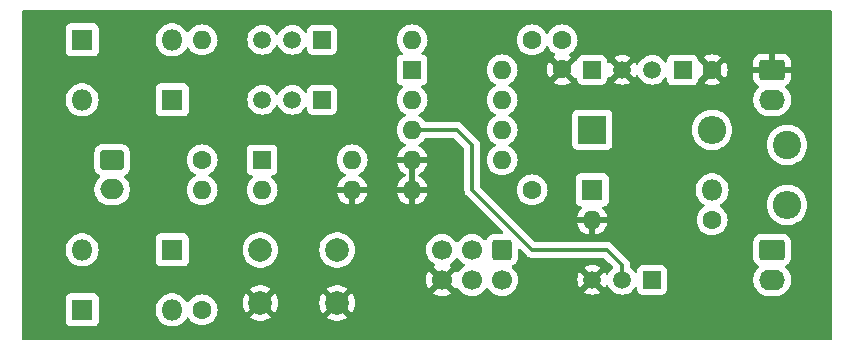
<source format=gbr>
%TF.GenerationSoftware,KiCad,Pcbnew,8.0.7*%
%TF.CreationDate,2025-01-04T15:00:41+01:00*%
%TF.ProjectId,strober_board,7374726f-6265-4725-9f62-6f6172642e6b,rev?*%
%TF.SameCoordinates,Original*%
%TF.FileFunction,Copper,L1,Top*%
%TF.FilePolarity,Positive*%
%FSLAX46Y46*%
G04 Gerber Fmt 4.6, Leading zero omitted, Abs format (unit mm)*
G04 Created by KiCad (PCBNEW 8.0.7) date 2025-01-04 15:00:41*
%MOMM*%
%LPD*%
G01*
G04 APERTURE LIST*
G04 Aperture macros list*
%AMRoundRect*
0 Rectangle with rounded corners*
0 $1 Rounding radius*
0 $2 $3 $4 $5 $6 $7 $8 $9 X,Y pos of 4 corners*
0 Add a 4 corners polygon primitive as box body*
4,1,4,$2,$3,$4,$5,$6,$7,$8,$9,$2,$3,0*
0 Add four circle primitives for the rounded corners*
1,1,$1+$1,$2,$3*
1,1,$1+$1,$4,$5*
1,1,$1+$1,$6,$7*
1,1,$1+$1,$8,$9*
0 Add four rect primitives between the rounded corners*
20,1,$1+$1,$2,$3,$4,$5,0*
20,1,$1+$1,$4,$5,$6,$7,0*
20,1,$1+$1,$6,$7,$8,$9,0*
20,1,$1+$1,$8,$9,$2,$3,0*%
G04 Aperture macros list end*
%TA.AperFunction,ComponentPad*%
%ADD10R,1.800000X1.800000*%
%TD*%
%TA.AperFunction,ComponentPad*%
%ADD11O,1.800000X1.800000*%
%TD*%
%TA.AperFunction,ComponentPad*%
%ADD12C,1.600000*%
%TD*%
%TA.AperFunction,ComponentPad*%
%ADD13O,1.600000X1.600000*%
%TD*%
%TA.AperFunction,ComponentPad*%
%ADD14RoundRect,0.250000X-0.750000X0.600000X-0.750000X-0.600000X0.750000X-0.600000X0.750000X0.600000X0*%
%TD*%
%TA.AperFunction,ComponentPad*%
%ADD15O,2.000000X1.700000*%
%TD*%
%TA.AperFunction,ComponentPad*%
%ADD16R,1.500000X1.500000*%
%TD*%
%TA.AperFunction,ComponentPad*%
%ADD17C,1.500000*%
%TD*%
%TA.AperFunction,ComponentPad*%
%ADD18RoundRect,0.250000X-0.845000X0.620000X-0.845000X-0.620000X0.845000X-0.620000X0.845000X0.620000X0*%
%TD*%
%TA.AperFunction,ComponentPad*%
%ADD19O,2.190000X1.740000*%
%TD*%
%TA.AperFunction,ComponentPad*%
%ADD20RoundRect,0.250000X-0.600000X0.600000X-0.600000X-0.600000X0.600000X-0.600000X0.600000X0.600000X0*%
%TD*%
%TA.AperFunction,ComponentPad*%
%ADD21C,1.700000*%
%TD*%
%TA.AperFunction,ComponentPad*%
%ADD22R,2.400000X2.400000*%
%TD*%
%TA.AperFunction,ComponentPad*%
%ADD23O,2.400000X2.400000*%
%TD*%
%TA.AperFunction,ComponentPad*%
%ADD24C,2.400000*%
%TD*%
%TA.AperFunction,ComponentPad*%
%ADD25R,1.600000X1.600000*%
%TD*%
%TA.AperFunction,ComponentPad*%
%ADD26C,2.000000*%
%TD*%
%TA.AperFunction,Conductor*%
%ADD27C,0.300000*%
%TD*%
G04 APERTURE END LIST*
D10*
%TO.P,D4,1,K*%
%TO.N,Net-(D3-A)*%
X114300000Y-76200000D03*
D11*
%TO.P,D4,2,A*%
%TO.N,Net-(D2-A)*%
X121920000Y-76200000D03*
%TD*%
D12*
%TO.P,R2,1*%
%TO.N,Net-(Q1-B)*%
X124460000Y-63500000D03*
D13*
%TO.P,R2,2*%
%TO.N,Net-(D2-A)*%
X124460000Y-53340000D03*
%TD*%
D14*
%TO.P,J1,1,Pin_1*%
%TO.N,Net-(D1-A)*%
X116840000Y-63500000D03*
D15*
%TO.P,J1,2,Pin_2*%
%TO.N,Net-(D3-A)*%
X116840000Y-66000000D03*
%TD*%
D16*
%TO.P,Q2,1,C*%
%TO.N,Net-(Q2-C)*%
X134620000Y-58420000D03*
D17*
%TO.P,Q2,2,B*%
%TO.N,Net-(Q1-C)*%
X132080000Y-58420000D03*
%TO.P,Q2,3,E*%
%TO.N,Net-(Q1-B)*%
X129540000Y-58420000D03*
%TD*%
D16*
%TO.P,U1,1,VO*%
%TO.N,+5V*%
X157480000Y-55880000D03*
D17*
%TO.P,U1,2,GND*%
%TO.N,GND*%
X160020000Y-55880000D03*
%TO.P,U1,3,VI*%
%TO.N,Net-(D5-K)*%
X162560000Y-55880000D03*
%TD*%
D18*
%TO.P,J2,1,Pin_1*%
%TO.N,GND*%
X172720000Y-55880000D03*
D19*
%TO.P,J2,2,Pin_2*%
%TO.N,+12V*%
X172720000Y-58420000D03*
%TD*%
D20*
%TO.P,J4,1,MISO*%
%TO.N,/MISO*%
X149860000Y-71120000D03*
D21*
%TO.P,J4,2,VCC*%
%TO.N,+5V*%
X149860000Y-73660000D03*
%TO.P,J4,3,SCK*%
%TO.N,/SCK*%
X147320000Y-71120000D03*
%TO.P,J4,4,MOSI*%
%TO.N,/MOSI*%
X147320000Y-73660000D03*
%TO.P,J4,5,~{RST}*%
%TO.N,/~{RST}*%
X144780000Y-71120000D03*
%TO.P,J4,6,GND*%
%TO.N,GND*%
X144780000Y-73660000D03*
%TD*%
D12*
%TO.P,R1,1*%
%TO.N,Net-(D1-K)*%
X124460000Y-76200000D03*
D13*
%TO.P,R1,2*%
%TO.N,Net-(Q1-C)*%
X124460000Y-66040000D03*
%TD*%
D12*
%TO.P,R3,1*%
%TO.N,/LED_{out}*%
X167640000Y-68580000D03*
D13*
%TO.P,R3,2*%
%TO.N,GND*%
X157480000Y-68580000D03*
%TD*%
D22*
%TO.P,D5,1,K*%
%TO.N,Net-(D5-K)*%
X157480000Y-60960000D03*
D23*
%TO.P,D5,2,A*%
%TO.N,+12V*%
X167640000Y-60960000D03*
%TD*%
D16*
%TO.P,Q3,1,D*%
%TO.N,Net-(D6-A)*%
X162560000Y-73660000D03*
D17*
%TO.P,Q3,2,G*%
%TO.N,/LED_{out}*%
X160020000Y-73660000D03*
%TO.P,Q3,3,S*%
%TO.N,GND*%
X157480000Y-73660000D03*
%TD*%
D24*
%TO.P,R5,1*%
%TO.N,+12V*%
X173990000Y-62230000D03*
D23*
%TO.P,R5,2*%
%TO.N,Net-(D6-K)*%
X173990000Y-67310000D03*
%TD*%
D12*
%TO.P,C2,1*%
%TO.N,GND*%
X154940000Y-55840000D03*
%TO.P,C2,2*%
%TO.N,+5V*%
X154940000Y-53340000D03*
%TD*%
D10*
%TO.P,D2,1,K*%
%TO.N,Net-(D1-A)*%
X114300000Y-53340000D03*
D11*
%TO.P,D2,2,A*%
%TO.N,Net-(D2-A)*%
X121920000Y-53340000D03*
%TD*%
D10*
%TO.P,D1,1,K*%
%TO.N,Net-(D1-K)*%
X121920000Y-58420000D03*
D11*
%TO.P,D1,2,A*%
%TO.N,Net-(D1-A)*%
X114300000Y-58420000D03*
%TD*%
D25*
%TO.P,U2,1*%
%TO.N,Net-(D1-K)*%
X129540000Y-63500000D03*
D13*
%TO.P,U2,2*%
%TO.N,Net-(Q2-C)*%
X129540000Y-66040000D03*
%TO.P,U2,3*%
%TO.N,GND*%
X137160000Y-66040000D03*
%TO.P,U2,4*%
%TO.N,/Trigg_{in}*%
X137160000Y-63500000D03*
%TD*%
D25*
%TO.P,U3,1,~{RESET}/PB5*%
%TO.N,/~{RST}*%
X142240000Y-55880000D03*
D13*
%TO.P,U3,2,XTAL1/PB3*%
%TO.N,/Trigg_{in}*%
X142240000Y-58420000D03*
%TO.P,U3,3,XTAL2/PB4*%
%TO.N,/LED_{out}*%
X142240000Y-60960000D03*
%TO.P,U3,4,GND*%
%TO.N,GND*%
X142240000Y-63500000D03*
%TO.P,U3,5,AREF/PB0*%
%TO.N,/MOSI*%
X149860000Y-63500000D03*
%TO.P,U3,6,PB1*%
%TO.N,/MISO*%
X149860000Y-60960000D03*
%TO.P,U3,7,PB2*%
%TO.N,/SCK*%
X149860000Y-58420000D03*
%TO.P,U3,8,VCC*%
%TO.N,+5V*%
X149860000Y-55880000D03*
%TD*%
D10*
%TO.P,D3,1,K*%
%TO.N,Net-(D1-K)*%
X121920000Y-71120000D03*
D11*
%TO.P,D3,2,A*%
%TO.N,Net-(D3-A)*%
X114300000Y-71120000D03*
%TD*%
D18*
%TO.P,J3,1,Pin_1*%
%TO.N,Net-(D6-K)*%
X172720000Y-71120000D03*
D19*
%TO.P,J3,2,Pin_2*%
%TO.N,Net-(D6-A)*%
X172720000Y-73660000D03*
%TD*%
D16*
%TO.P,Q1,1,C*%
%TO.N,Net-(Q1-C)*%
X134620000Y-53340000D03*
D17*
%TO.P,Q1,2,B*%
%TO.N,Net-(Q1-B)*%
X132080000Y-53340000D03*
%TO.P,Q1,3,E*%
%TO.N,Net-(D2-A)*%
X129540000Y-53340000D03*
%TD*%
D26*
%TO.P,SW1,1,1*%
%TO.N,GND*%
X135890000Y-75620000D03*
X129390000Y-75620000D03*
%TO.P,SW1,2,2*%
%TO.N,/Trigg_{in}*%
X135890000Y-71120000D03*
X129390000Y-71120000D03*
%TD*%
D10*
%TO.P,D6,1,K*%
%TO.N,Net-(D6-K)*%
X157480000Y-66040000D03*
D11*
%TO.P,D6,2,A*%
%TO.N,Net-(D6-A)*%
X167640000Y-66040000D03*
%TD*%
D12*
%TO.P,R4,1*%
%TO.N,+5V*%
X152400000Y-53340000D03*
D13*
%TO.P,R4,2*%
%TO.N,/~{RST}*%
X142240000Y-53340000D03*
%TD*%
D25*
%TO.P,C1,1*%
%TO.N,Net-(D5-K)*%
X165140000Y-55880000D03*
D12*
%TO.P,C1,2*%
%TO.N,GND*%
X167640000Y-55880000D03*
%TD*%
%TO.P,C3,1*%
%TO.N,+5V*%
X152400000Y-66040000D03*
D13*
%TO.P,C3,2*%
%TO.N,GND*%
X142240000Y-66040000D03*
%TD*%
D27*
%TO.N,/LED_{out}*%
X147320000Y-66040000D02*
X152400000Y-71120000D01*
X146050000Y-60960000D02*
X147320000Y-62230000D01*
X142240000Y-60960000D02*
X146050000Y-60960000D01*
X147320000Y-62230000D02*
X147320000Y-66040000D01*
X158750000Y-71120000D02*
X160020000Y-72390000D01*
X152400000Y-71120000D02*
X158750000Y-71120000D01*
X160020000Y-72390000D02*
X160020000Y-73660000D01*
%TD*%
%TA.AperFunction,Conductor*%
%TO.N,GND*%
G36*
X146134855Y-71786546D02*
G01*
X146151575Y-71805842D01*
X146281501Y-71991396D01*
X146281506Y-71991402D01*
X146448597Y-72158493D01*
X146448603Y-72158498D01*
X146634158Y-72288425D01*
X146677783Y-72343002D01*
X146684977Y-72412500D01*
X146653454Y-72474855D01*
X146634158Y-72491575D01*
X146448597Y-72621505D01*
X146281508Y-72788594D01*
X146151269Y-72974595D01*
X146096692Y-73018219D01*
X146027193Y-73025412D01*
X145964839Y-72993890D01*
X145948119Y-72974595D01*
X145894925Y-72898626D01*
X145262962Y-73530589D01*
X145245925Y-73467007D01*
X145180099Y-73352993D01*
X145087007Y-73259901D01*
X144972993Y-73194075D01*
X144909409Y-73177037D01*
X145541372Y-72545073D01*
X145541372Y-72545072D01*
X145465405Y-72491879D01*
X145421780Y-72437302D01*
X145414588Y-72367804D01*
X145446110Y-72305449D01*
X145465406Y-72288730D01*
X145503112Y-72262328D01*
X145651401Y-72158495D01*
X145818495Y-71991401D01*
X145948425Y-71805842D01*
X146003002Y-71762217D01*
X146072500Y-71755023D01*
X146134855Y-71786546D01*
G37*
%TD.AperFunction*%
%TA.AperFunction,Conductor*%
G36*
X142490000Y-65724314D02*
G01*
X142485606Y-65719920D01*
X142394394Y-65667259D01*
X142292661Y-65640000D01*
X142187339Y-65640000D01*
X142085606Y-65667259D01*
X141994394Y-65719920D01*
X141990000Y-65724314D01*
X141990000Y-63815686D01*
X141994394Y-63820080D01*
X142085606Y-63872741D01*
X142187339Y-63900000D01*
X142292661Y-63900000D01*
X142394394Y-63872741D01*
X142485606Y-63820080D01*
X142490000Y-63815686D01*
X142490000Y-65724314D01*
G37*
%TD.AperFunction*%
%TA.AperFunction,Conductor*%
G36*
X177743039Y-50819685D02*
G01*
X177788794Y-50872489D01*
X177800000Y-50924000D01*
X177800000Y-78616000D01*
X177780315Y-78683039D01*
X177727511Y-78728794D01*
X177676000Y-78740000D01*
X109344000Y-78740000D01*
X109276961Y-78720315D01*
X109231206Y-78667511D01*
X109220000Y-78616000D01*
X109220000Y-75252135D01*
X112899500Y-75252135D01*
X112899500Y-77147870D01*
X112899501Y-77147876D01*
X112905908Y-77207483D01*
X112956202Y-77342328D01*
X112956206Y-77342335D01*
X113042452Y-77457544D01*
X113042455Y-77457547D01*
X113157664Y-77543793D01*
X113157671Y-77543797D01*
X113292517Y-77594091D01*
X113292516Y-77594091D01*
X113299444Y-77594835D01*
X113352127Y-77600500D01*
X115247872Y-77600499D01*
X115307483Y-77594091D01*
X115442331Y-77543796D01*
X115557546Y-77457546D01*
X115643796Y-77342331D01*
X115694091Y-77207483D01*
X115700500Y-77147873D01*
X115700499Y-76199993D01*
X120514700Y-76199993D01*
X120514700Y-76200006D01*
X120533864Y-76431297D01*
X120533866Y-76431308D01*
X120590842Y-76656300D01*
X120684075Y-76868848D01*
X120811016Y-77063147D01*
X120811019Y-77063151D01*
X120811021Y-77063153D01*
X120968216Y-77233913D01*
X120968219Y-77233915D01*
X120968222Y-77233918D01*
X121151365Y-77376464D01*
X121151371Y-77376468D01*
X121151374Y-77376470D01*
X121355497Y-77486936D01*
X121409479Y-77505468D01*
X121575015Y-77562297D01*
X121575017Y-77562297D01*
X121575019Y-77562298D01*
X121803951Y-77600500D01*
X121803952Y-77600500D01*
X122036048Y-77600500D01*
X122036049Y-77600500D01*
X122264981Y-77562298D01*
X122484503Y-77486936D01*
X122688626Y-77376470D01*
X122871784Y-77233913D01*
X123028979Y-77063153D01*
X123144870Y-76885768D01*
X123198014Y-76840413D01*
X123267245Y-76830989D01*
X123330581Y-76860491D01*
X123350252Y-76882468D01*
X123459954Y-77039141D01*
X123620858Y-77200045D01*
X123620861Y-77200047D01*
X123807266Y-77330568D01*
X124013504Y-77426739D01*
X124233308Y-77485635D01*
X124395230Y-77499801D01*
X124459998Y-77505468D01*
X124460000Y-77505468D01*
X124460002Y-77505468D01*
X124516673Y-77500509D01*
X124686692Y-77485635D01*
X124906496Y-77426739D01*
X125112734Y-77330568D01*
X125299139Y-77200047D01*
X125460047Y-77039139D01*
X125590568Y-76852734D01*
X125686739Y-76646496D01*
X125745635Y-76426692D01*
X125762634Y-76232384D01*
X125765468Y-76200001D01*
X125765468Y-76199998D01*
X125753229Y-76060110D01*
X125745635Y-75973308D01*
X125686739Y-75753504D01*
X125624482Y-75619994D01*
X127884859Y-75619994D01*
X127884859Y-75620005D01*
X127905385Y-75867729D01*
X127905387Y-75867738D01*
X127966412Y-76108717D01*
X128066267Y-76336367D01*
X128166562Y-76489881D01*
X128866212Y-75790233D01*
X128877482Y-75832292D01*
X128949890Y-75957708D01*
X129052292Y-76060110D01*
X129177708Y-76132518D01*
X129219766Y-76143787D01*
X128519943Y-76843609D01*
X128566768Y-76880055D01*
X128566771Y-76880057D01*
X128785385Y-76998364D01*
X128785396Y-76998369D01*
X129020506Y-77079083D01*
X129265707Y-77120000D01*
X129514293Y-77120000D01*
X129759493Y-77079083D01*
X129994603Y-76998369D01*
X129994614Y-76998364D01*
X130213230Y-76880056D01*
X130213236Y-76880051D01*
X130260055Y-76843610D01*
X130260056Y-76843609D01*
X129560233Y-76143787D01*
X129602292Y-76132518D01*
X129727708Y-76060110D01*
X129830110Y-75957708D01*
X129902518Y-75832292D01*
X129913787Y-75790234D01*
X130613435Y-76489882D01*
X130713733Y-76336364D01*
X130813587Y-76108717D01*
X130874612Y-75867738D01*
X130874614Y-75867729D01*
X130895141Y-75620005D01*
X130895141Y-75619994D01*
X134384859Y-75619994D01*
X134384859Y-75620005D01*
X134405385Y-75867729D01*
X134405387Y-75867738D01*
X134466412Y-76108717D01*
X134566267Y-76336367D01*
X134666562Y-76489881D01*
X135366212Y-75790233D01*
X135377482Y-75832292D01*
X135449890Y-75957708D01*
X135552292Y-76060110D01*
X135677708Y-76132518D01*
X135719766Y-76143787D01*
X135019943Y-76843609D01*
X135066768Y-76880055D01*
X135066771Y-76880057D01*
X135285385Y-76998364D01*
X135285396Y-76998369D01*
X135520506Y-77079083D01*
X135765707Y-77120000D01*
X136014293Y-77120000D01*
X136259493Y-77079083D01*
X136494603Y-76998369D01*
X136494614Y-76998364D01*
X136713230Y-76880056D01*
X136713236Y-76880051D01*
X136760055Y-76843610D01*
X136760056Y-76843609D01*
X136060233Y-76143787D01*
X136102292Y-76132518D01*
X136227708Y-76060110D01*
X136330110Y-75957708D01*
X136402518Y-75832292D01*
X136413787Y-75790234D01*
X137113435Y-76489882D01*
X137213733Y-76336364D01*
X137313587Y-76108717D01*
X137374612Y-75867738D01*
X137374614Y-75867729D01*
X137395141Y-75620005D01*
X137395141Y-75619994D01*
X137374614Y-75372270D01*
X137374612Y-75372261D01*
X137313587Y-75131282D01*
X137213732Y-74903632D01*
X137113435Y-74750116D01*
X136413787Y-75449765D01*
X136402518Y-75407708D01*
X136330110Y-75282292D01*
X136227708Y-75179890D01*
X136102292Y-75107482D01*
X136060233Y-75096212D01*
X136760055Y-74396389D01*
X136760055Y-74396388D01*
X136713236Y-74359947D01*
X136713231Y-74359944D01*
X136494614Y-74241635D01*
X136494603Y-74241630D01*
X136259493Y-74160916D01*
X136014293Y-74120000D01*
X135765707Y-74120000D01*
X135520506Y-74160916D01*
X135285396Y-74241630D01*
X135285385Y-74241635D01*
X135066770Y-74359943D01*
X135019943Y-74396389D01*
X135719766Y-75096212D01*
X135677708Y-75107482D01*
X135552292Y-75179890D01*
X135449890Y-75282292D01*
X135377482Y-75407708D01*
X135366212Y-75449766D01*
X134666563Y-74750117D01*
X134566267Y-74903633D01*
X134566265Y-74903637D01*
X134466412Y-75131282D01*
X134405387Y-75372261D01*
X134405385Y-75372270D01*
X134384859Y-75619994D01*
X130895141Y-75619994D01*
X130874614Y-75372270D01*
X130874612Y-75372261D01*
X130813587Y-75131282D01*
X130713732Y-74903632D01*
X130613435Y-74750116D01*
X129913787Y-75449765D01*
X129902518Y-75407708D01*
X129830110Y-75282292D01*
X129727708Y-75179890D01*
X129602292Y-75107482D01*
X129560233Y-75096212D01*
X130260055Y-74396389D01*
X130260055Y-74396388D01*
X130213236Y-74359947D01*
X130213231Y-74359944D01*
X129994614Y-74241635D01*
X129994603Y-74241630D01*
X129759493Y-74160916D01*
X129514293Y-74120000D01*
X129265707Y-74120000D01*
X129020506Y-74160916D01*
X128785396Y-74241630D01*
X128785385Y-74241635D01*
X128566770Y-74359943D01*
X128519943Y-74396389D01*
X129219766Y-75096212D01*
X129177708Y-75107482D01*
X129052292Y-75179890D01*
X128949890Y-75282292D01*
X128877482Y-75407708D01*
X128866212Y-75449766D01*
X128166563Y-74750117D01*
X128066267Y-74903633D01*
X128066265Y-74903637D01*
X127966412Y-75131282D01*
X127905387Y-75372261D01*
X127905385Y-75372270D01*
X127884859Y-75619994D01*
X125624482Y-75619994D01*
X125590568Y-75547266D01*
X125460047Y-75360861D01*
X125460045Y-75360858D01*
X125299141Y-75199954D01*
X125112734Y-75069432D01*
X125112732Y-75069431D01*
X124906497Y-74973261D01*
X124906488Y-74973258D01*
X124686697Y-74914366D01*
X124686693Y-74914365D01*
X124686692Y-74914365D01*
X124686691Y-74914364D01*
X124686686Y-74914364D01*
X124460002Y-74894532D01*
X124459998Y-74894532D01*
X124233313Y-74914364D01*
X124233302Y-74914366D01*
X124013511Y-74973258D01*
X124013502Y-74973261D01*
X123807267Y-75069431D01*
X123807265Y-75069432D01*
X123620858Y-75199954D01*
X123459954Y-75360858D01*
X123350252Y-75517531D01*
X123295675Y-75561156D01*
X123226177Y-75568350D01*
X123163822Y-75536827D01*
X123144868Y-75514229D01*
X123028983Y-75336852D01*
X123028980Y-75336849D01*
X123028979Y-75336847D01*
X122871784Y-75166087D01*
X122871779Y-75166083D01*
X122871777Y-75166081D01*
X122688634Y-75023535D01*
X122688628Y-75023531D01*
X122484504Y-74913064D01*
X122484495Y-74913061D01*
X122264984Y-74837702D01*
X122074450Y-74805908D01*
X122036049Y-74799500D01*
X121803951Y-74799500D01*
X121765550Y-74805908D01*
X121575015Y-74837702D01*
X121355504Y-74913061D01*
X121355495Y-74913064D01*
X121151371Y-75023531D01*
X121151365Y-75023535D01*
X120968222Y-75166081D01*
X120968219Y-75166084D01*
X120968216Y-75166086D01*
X120968216Y-75166087D01*
X120943886Y-75192517D01*
X120811016Y-75336852D01*
X120684075Y-75531151D01*
X120590842Y-75743699D01*
X120533866Y-75968691D01*
X120533864Y-75968702D01*
X120514700Y-76199993D01*
X115700499Y-76199993D01*
X115700499Y-75252128D01*
X115694091Y-75192517D01*
X115689381Y-75179890D01*
X115643797Y-75057671D01*
X115643793Y-75057664D01*
X115557547Y-74942455D01*
X115557544Y-74942452D01*
X115442335Y-74856206D01*
X115442328Y-74856202D01*
X115307482Y-74805908D01*
X115307483Y-74805908D01*
X115247883Y-74799501D01*
X115247881Y-74799500D01*
X115247873Y-74799500D01*
X115247864Y-74799500D01*
X113352129Y-74799500D01*
X113352123Y-74799501D01*
X113292516Y-74805908D01*
X113157671Y-74856202D01*
X113157664Y-74856206D01*
X113042455Y-74942452D01*
X113042452Y-74942455D01*
X112956206Y-75057664D01*
X112956202Y-75057671D01*
X112905908Y-75192517D01*
X112905109Y-75199954D01*
X112899501Y-75252123D01*
X112899500Y-75252135D01*
X109220000Y-75252135D01*
X109220000Y-71119993D01*
X112894700Y-71119993D01*
X112894700Y-71120006D01*
X112913864Y-71351297D01*
X112913866Y-71351308D01*
X112970842Y-71576300D01*
X113064075Y-71788848D01*
X113191016Y-71983147D01*
X113191019Y-71983151D01*
X113191021Y-71983153D01*
X113348216Y-72153913D01*
X113348219Y-72153915D01*
X113348222Y-72153918D01*
X113531365Y-72296464D01*
X113531371Y-72296468D01*
X113531374Y-72296470D01*
X113735497Y-72406936D01*
X113811279Y-72432952D01*
X113955015Y-72482297D01*
X113955017Y-72482297D01*
X113955019Y-72482298D01*
X114183951Y-72520500D01*
X114183952Y-72520500D01*
X114416048Y-72520500D01*
X114416049Y-72520500D01*
X114644981Y-72482298D01*
X114864503Y-72406936D01*
X115068626Y-72296470D01*
X115078571Y-72288730D01*
X115156933Y-72227738D01*
X115251784Y-72153913D01*
X115408979Y-71983153D01*
X115535924Y-71788849D01*
X115629157Y-71576300D01*
X115686134Y-71351305D01*
X115686135Y-71351297D01*
X115705300Y-71120006D01*
X115705300Y-71119993D01*
X115686135Y-70888702D01*
X115686133Y-70888691D01*
X115629157Y-70663699D01*
X115535924Y-70451151D01*
X115408983Y-70256852D01*
X115408980Y-70256849D01*
X115408979Y-70256847D01*
X115330996Y-70172135D01*
X120519500Y-70172135D01*
X120519500Y-72067870D01*
X120519501Y-72067876D01*
X120525908Y-72127483D01*
X120576202Y-72262328D01*
X120576206Y-72262335D01*
X120662452Y-72377544D01*
X120662455Y-72377547D01*
X120777664Y-72463793D01*
X120777671Y-72463797D01*
X120912517Y-72514091D01*
X120912516Y-72514091D01*
X120919444Y-72514835D01*
X120972127Y-72520500D01*
X122867872Y-72520499D01*
X122927483Y-72514091D01*
X123062331Y-72463796D01*
X123177546Y-72377546D01*
X123263796Y-72262331D01*
X123314091Y-72127483D01*
X123320500Y-72067873D01*
X123320499Y-71119994D01*
X127884357Y-71119994D01*
X127884357Y-71120005D01*
X127904890Y-71367812D01*
X127904892Y-71367824D01*
X127965936Y-71608881D01*
X128065826Y-71836606D01*
X128201833Y-72044782D01*
X128215229Y-72059334D01*
X128370256Y-72227738D01*
X128566491Y-72380474D01*
X128615392Y-72406938D01*
X128771787Y-72491575D01*
X128785190Y-72498828D01*
X129020386Y-72579571D01*
X129265665Y-72620500D01*
X129514335Y-72620500D01*
X129759614Y-72579571D01*
X129994810Y-72498828D01*
X130213509Y-72380474D01*
X130409744Y-72227738D01*
X130578164Y-72044785D01*
X130714173Y-71836607D01*
X130814063Y-71608881D01*
X130875108Y-71367821D01*
X130876137Y-71355403D01*
X130895643Y-71120005D01*
X130895643Y-71119994D01*
X134384357Y-71119994D01*
X134384357Y-71120005D01*
X134404890Y-71367812D01*
X134404892Y-71367824D01*
X134465936Y-71608881D01*
X134565826Y-71836606D01*
X134701833Y-72044782D01*
X134715229Y-72059334D01*
X134870256Y-72227738D01*
X135066491Y-72380474D01*
X135115392Y-72406938D01*
X135271787Y-72491575D01*
X135285190Y-72498828D01*
X135520386Y-72579571D01*
X135765665Y-72620500D01*
X136014335Y-72620500D01*
X136259614Y-72579571D01*
X136494810Y-72498828D01*
X136713509Y-72380474D01*
X136909744Y-72227738D01*
X137078164Y-72044785D01*
X137214173Y-71836607D01*
X137314063Y-71608881D01*
X137375108Y-71367821D01*
X137376137Y-71355403D01*
X137395643Y-71120005D01*
X137395643Y-71119994D01*
X137375109Y-70872187D01*
X137375107Y-70872175D01*
X137314063Y-70631118D01*
X137214173Y-70403393D01*
X137078166Y-70195217D01*
X137002034Y-70112516D01*
X136909744Y-70012262D01*
X136713509Y-69859526D01*
X136713507Y-69859525D01*
X136713506Y-69859524D01*
X136494811Y-69741172D01*
X136494802Y-69741169D01*
X136259616Y-69660429D01*
X136014335Y-69619500D01*
X135765665Y-69619500D01*
X135520383Y-69660429D01*
X135285197Y-69741169D01*
X135285188Y-69741172D01*
X135066493Y-69859524D01*
X134870257Y-70012261D01*
X134701833Y-70195217D01*
X134565826Y-70403393D01*
X134465936Y-70631118D01*
X134404892Y-70872175D01*
X134404890Y-70872187D01*
X134384357Y-71119994D01*
X130895643Y-71119994D01*
X130875109Y-70872187D01*
X130875107Y-70872175D01*
X130814063Y-70631118D01*
X130714173Y-70403393D01*
X130578166Y-70195217D01*
X130502034Y-70112516D01*
X130409744Y-70012262D01*
X130213509Y-69859526D01*
X130213507Y-69859525D01*
X130213506Y-69859524D01*
X129994811Y-69741172D01*
X129994802Y-69741169D01*
X129759616Y-69660429D01*
X129514335Y-69619500D01*
X129265665Y-69619500D01*
X129020383Y-69660429D01*
X128785197Y-69741169D01*
X128785188Y-69741172D01*
X128566493Y-69859524D01*
X128370257Y-70012261D01*
X128201833Y-70195217D01*
X128065826Y-70403393D01*
X127965936Y-70631118D01*
X127904892Y-70872175D01*
X127904890Y-70872187D01*
X127884357Y-71119994D01*
X123320499Y-71119994D01*
X123320499Y-70172128D01*
X123314091Y-70112517D01*
X123304233Y-70086087D01*
X123263797Y-69977671D01*
X123263793Y-69977664D01*
X123177547Y-69862455D01*
X123177544Y-69862452D01*
X123062335Y-69776206D01*
X123062328Y-69776202D01*
X122927482Y-69725908D01*
X122927483Y-69725908D01*
X122867883Y-69719501D01*
X122867881Y-69719500D01*
X122867873Y-69719500D01*
X122867864Y-69719500D01*
X120972129Y-69719500D01*
X120972123Y-69719501D01*
X120912516Y-69725908D01*
X120777671Y-69776202D01*
X120777664Y-69776206D01*
X120662455Y-69862452D01*
X120662452Y-69862455D01*
X120576206Y-69977664D01*
X120576202Y-69977671D01*
X120525908Y-70112517D01*
X120519501Y-70172116D01*
X120519501Y-70172123D01*
X120519500Y-70172135D01*
X115330996Y-70172135D01*
X115251784Y-70086087D01*
X115251779Y-70086083D01*
X115251777Y-70086081D01*
X115068634Y-69943535D01*
X115068628Y-69943531D01*
X114864504Y-69833064D01*
X114864495Y-69833061D01*
X114644984Y-69757702D01*
X114454450Y-69725908D01*
X114416049Y-69719500D01*
X114183951Y-69719500D01*
X114145550Y-69725908D01*
X113955015Y-69757702D01*
X113735504Y-69833061D01*
X113735495Y-69833064D01*
X113531371Y-69943531D01*
X113531365Y-69943535D01*
X113348222Y-70086081D01*
X113348219Y-70086084D01*
X113348216Y-70086086D01*
X113348216Y-70086087D01*
X113323886Y-70112517D01*
X113191016Y-70256852D01*
X113064075Y-70451151D01*
X112970842Y-70663699D01*
X112913866Y-70888691D01*
X112913864Y-70888702D01*
X112894700Y-71119993D01*
X109220000Y-71119993D01*
X109220000Y-62849983D01*
X115339500Y-62849983D01*
X115339500Y-64150001D01*
X115339501Y-64150018D01*
X115350000Y-64252796D01*
X115350001Y-64252799D01*
X115405185Y-64419331D01*
X115405187Y-64419336D01*
X115497289Y-64568657D01*
X115621344Y-64692712D01*
X115776120Y-64788178D01*
X115822845Y-64840126D01*
X115834068Y-64909088D01*
X115806224Y-64973171D01*
X115798706Y-64981398D01*
X115659889Y-65120215D01*
X115534951Y-65292179D01*
X115438444Y-65481585D01*
X115372753Y-65683760D01*
X115339500Y-65893713D01*
X115339500Y-66106286D01*
X115367901Y-66285606D01*
X115372754Y-66316243D01*
X115431258Y-66496300D01*
X115438444Y-66518414D01*
X115534951Y-66707820D01*
X115659890Y-66879786D01*
X115810213Y-67030109D01*
X115982179Y-67155048D01*
X115982181Y-67155049D01*
X115982184Y-67155051D01*
X116171588Y-67251557D01*
X116373757Y-67317246D01*
X116583713Y-67350500D01*
X116583714Y-67350500D01*
X117096286Y-67350500D01*
X117096287Y-67350500D01*
X117306243Y-67317246D01*
X117508412Y-67251557D01*
X117697816Y-67155051D01*
X117809494Y-67073913D01*
X117869786Y-67030109D01*
X117869788Y-67030106D01*
X117869792Y-67030104D01*
X118020104Y-66879792D01*
X118020106Y-66879788D01*
X118020109Y-66879786D01*
X118145048Y-66707820D01*
X118145047Y-66707820D01*
X118145051Y-66707816D01*
X118241557Y-66518412D01*
X118307246Y-66316243D01*
X118340500Y-66106287D01*
X118340500Y-65893713D01*
X118307246Y-65683757D01*
X118241557Y-65481588D01*
X118145051Y-65292184D01*
X118145049Y-65292181D01*
X118145048Y-65292179D01*
X118020109Y-65120213D01*
X117881294Y-64981398D01*
X117847809Y-64920075D01*
X117852793Y-64850383D01*
X117894665Y-64794450D01*
X117903879Y-64788178D01*
X117909331Y-64784814D01*
X117909334Y-64784814D01*
X118058656Y-64692712D01*
X118182712Y-64568656D01*
X118274814Y-64419334D01*
X118329999Y-64252797D01*
X118340500Y-64150009D01*
X118340499Y-63499998D01*
X123154532Y-63499998D01*
X123154532Y-63500001D01*
X123174364Y-63726686D01*
X123174366Y-63726697D01*
X123233258Y-63946488D01*
X123233261Y-63946497D01*
X123329431Y-64152732D01*
X123329432Y-64152734D01*
X123459954Y-64339141D01*
X123620858Y-64500045D01*
X123620861Y-64500047D01*
X123807266Y-64630568D01*
X123865275Y-64657618D01*
X123917714Y-64703791D01*
X123936866Y-64770984D01*
X123916650Y-64837865D01*
X123865275Y-64882382D01*
X123807267Y-64909431D01*
X123807265Y-64909432D01*
X123620858Y-65039954D01*
X123459954Y-65200858D01*
X123329432Y-65387265D01*
X123329431Y-65387267D01*
X123233261Y-65593502D01*
X123233258Y-65593511D01*
X123174366Y-65813302D01*
X123174364Y-65813313D01*
X123154532Y-66039998D01*
X123154532Y-66040001D01*
X123174364Y-66266686D01*
X123174366Y-66266697D01*
X123233258Y-66486488D01*
X123233261Y-66486497D01*
X123329431Y-66692732D01*
X123329432Y-66692734D01*
X123459954Y-66879141D01*
X123620858Y-67040045D01*
X123620861Y-67040047D01*
X123807266Y-67170568D01*
X124013504Y-67266739D01*
X124233308Y-67325635D01*
X124395230Y-67339801D01*
X124459998Y-67345468D01*
X124460000Y-67345468D01*
X124460002Y-67345468D01*
X124516673Y-67340509D01*
X124686692Y-67325635D01*
X124906496Y-67266739D01*
X125112734Y-67170568D01*
X125299139Y-67040047D01*
X125460047Y-66879139D01*
X125590568Y-66692734D01*
X125686739Y-66486496D01*
X125745635Y-66266692D01*
X125762634Y-66072384D01*
X125765468Y-66040001D01*
X125765468Y-66039998D01*
X128234532Y-66039998D01*
X128234532Y-66040001D01*
X128254364Y-66266686D01*
X128254366Y-66266697D01*
X128313258Y-66486488D01*
X128313261Y-66486497D01*
X128409431Y-66692732D01*
X128409432Y-66692734D01*
X128539954Y-66879141D01*
X128700858Y-67040045D01*
X128700861Y-67040047D01*
X128887266Y-67170568D01*
X129093504Y-67266739D01*
X129313308Y-67325635D01*
X129475230Y-67339801D01*
X129539998Y-67345468D01*
X129540000Y-67345468D01*
X129540002Y-67345468D01*
X129596673Y-67340509D01*
X129766692Y-67325635D01*
X129986496Y-67266739D01*
X130192734Y-67170568D01*
X130379139Y-67040047D01*
X130540047Y-66879139D01*
X130670568Y-66692734D01*
X130766739Y-66486496D01*
X130825635Y-66266692D01*
X130842634Y-66072384D01*
X130845468Y-66040001D01*
X130845468Y-66039998D01*
X130839801Y-65975230D01*
X130825635Y-65813308D01*
X130766739Y-65593504D01*
X130670568Y-65387266D01*
X130540047Y-65200861D01*
X130540045Y-65200858D01*
X130379143Y-65039956D01*
X130354536Y-65022726D01*
X130310912Y-64968149D01*
X130303719Y-64898650D01*
X130335241Y-64836296D01*
X130395471Y-64800882D01*
X130412404Y-64797861D01*
X130447483Y-64794091D01*
X130582331Y-64743796D01*
X130697546Y-64657546D01*
X130783796Y-64542331D01*
X130834091Y-64407483D01*
X130840500Y-64347873D01*
X130840499Y-63499998D01*
X135854532Y-63499998D01*
X135854532Y-63500001D01*
X135874364Y-63726686D01*
X135874366Y-63726697D01*
X135933258Y-63946488D01*
X135933261Y-63946497D01*
X136029431Y-64152732D01*
X136029432Y-64152734D01*
X136159954Y-64339141D01*
X136320858Y-64500045D01*
X136320861Y-64500047D01*
X136507266Y-64630568D01*
X136565865Y-64657893D01*
X136618305Y-64704065D01*
X136637457Y-64771258D01*
X136617242Y-64838139D01*
X136565867Y-64882657D01*
X136507515Y-64909867D01*
X136321179Y-65040342D01*
X136160342Y-65201179D01*
X136029865Y-65387517D01*
X135933734Y-65593673D01*
X135933730Y-65593682D01*
X135881127Y-65789999D01*
X135881128Y-65790000D01*
X136844314Y-65790000D01*
X136839920Y-65794394D01*
X136787259Y-65885606D01*
X136760000Y-65987339D01*
X136760000Y-66092661D01*
X136787259Y-66194394D01*
X136839920Y-66285606D01*
X136844314Y-66290000D01*
X135881128Y-66290000D01*
X135933730Y-66486317D01*
X135933734Y-66486326D01*
X136029865Y-66692482D01*
X136160342Y-66878820D01*
X136321179Y-67039657D01*
X136507517Y-67170134D01*
X136713673Y-67266265D01*
X136713682Y-67266269D01*
X136909999Y-67318872D01*
X136910000Y-67318871D01*
X136910000Y-66355686D01*
X136914394Y-66360080D01*
X137005606Y-66412741D01*
X137107339Y-66440000D01*
X137212661Y-66440000D01*
X137314394Y-66412741D01*
X137405606Y-66360080D01*
X137410000Y-66355686D01*
X137410000Y-67318872D01*
X137606317Y-67266269D01*
X137606326Y-67266265D01*
X137812482Y-67170134D01*
X137998820Y-67039657D01*
X138159657Y-66878820D01*
X138290134Y-66692482D01*
X138386265Y-66486326D01*
X138386269Y-66486317D01*
X138438872Y-66290000D01*
X137475686Y-66290000D01*
X137480080Y-66285606D01*
X137532741Y-66194394D01*
X137560000Y-66092661D01*
X137560000Y-65987339D01*
X137532741Y-65885606D01*
X137480080Y-65794394D01*
X137475686Y-65790000D01*
X138438872Y-65790000D01*
X138438872Y-65789999D01*
X138386269Y-65593682D01*
X138386265Y-65593673D01*
X138290134Y-65387517D01*
X138159657Y-65201179D01*
X137998820Y-65040342D01*
X137812482Y-64909865D01*
X137754133Y-64882657D01*
X137701694Y-64836484D01*
X137682542Y-64769291D01*
X137702758Y-64702410D01*
X137754129Y-64657895D01*
X137812734Y-64630568D01*
X137999139Y-64500047D01*
X138160047Y-64339139D01*
X138290568Y-64152734D01*
X138386739Y-63946496D01*
X138445635Y-63726692D01*
X138465468Y-63500000D01*
X138445635Y-63273308D01*
X138386739Y-63053504D01*
X138290568Y-62847266D01*
X138160047Y-62660861D01*
X138160045Y-62660858D01*
X137999141Y-62499954D01*
X137812734Y-62369432D01*
X137812732Y-62369431D01*
X137606497Y-62273261D01*
X137606488Y-62273258D01*
X137386697Y-62214366D01*
X137386693Y-62214365D01*
X137386692Y-62214365D01*
X137386691Y-62214364D01*
X137386686Y-62214364D01*
X137160002Y-62194532D01*
X137159998Y-62194532D01*
X136933313Y-62214364D01*
X136933302Y-62214366D01*
X136713511Y-62273258D01*
X136713502Y-62273261D01*
X136507267Y-62369431D01*
X136507265Y-62369432D01*
X136320858Y-62499954D01*
X136159954Y-62660858D01*
X136029432Y-62847265D01*
X136029431Y-62847267D01*
X135933261Y-63053502D01*
X135933258Y-63053511D01*
X135874366Y-63273302D01*
X135874364Y-63273313D01*
X135854532Y-63499998D01*
X130840499Y-63499998D01*
X130840499Y-62652128D01*
X130834091Y-62592517D01*
X130818534Y-62550807D01*
X130783797Y-62457671D01*
X130783793Y-62457664D01*
X130697547Y-62342455D01*
X130697544Y-62342452D01*
X130582335Y-62256206D01*
X130582328Y-62256202D01*
X130447482Y-62205908D01*
X130447483Y-62205908D01*
X130387883Y-62199501D01*
X130387881Y-62199500D01*
X130387873Y-62199500D01*
X130387864Y-62199500D01*
X128692129Y-62199500D01*
X128692123Y-62199501D01*
X128632516Y-62205908D01*
X128497671Y-62256202D01*
X128497664Y-62256206D01*
X128382455Y-62342452D01*
X128382452Y-62342455D01*
X128296206Y-62457664D01*
X128296202Y-62457671D01*
X128245908Y-62592517D01*
X128239501Y-62652116D01*
X128239501Y-62652123D01*
X128239500Y-62652135D01*
X128239500Y-64347870D01*
X128239501Y-64347876D01*
X128245908Y-64407483D01*
X128296202Y-64542328D01*
X128296206Y-64542335D01*
X128382452Y-64657544D01*
X128382455Y-64657547D01*
X128497664Y-64743793D01*
X128497671Y-64743797D01*
X128542618Y-64760561D01*
X128632517Y-64794091D01*
X128667596Y-64797862D01*
X128732144Y-64824599D01*
X128771993Y-64881991D01*
X128774488Y-64951816D01*
X128738836Y-65011905D01*
X128725464Y-65022725D01*
X128700858Y-65039954D01*
X128539954Y-65200858D01*
X128409432Y-65387265D01*
X128409431Y-65387267D01*
X128313261Y-65593502D01*
X128313258Y-65593511D01*
X128254366Y-65813302D01*
X128254364Y-65813313D01*
X128234532Y-66039998D01*
X125765468Y-66039998D01*
X125759801Y-65975230D01*
X125745635Y-65813308D01*
X125686739Y-65593504D01*
X125590568Y-65387266D01*
X125460047Y-65200861D01*
X125460045Y-65200858D01*
X125299141Y-65039954D01*
X125112734Y-64909432D01*
X125112728Y-64909429D01*
X125054725Y-64882382D01*
X125002285Y-64836210D01*
X124983133Y-64769017D01*
X125003348Y-64702135D01*
X125054725Y-64657618D01*
X125112734Y-64630568D01*
X125299139Y-64500047D01*
X125460047Y-64339139D01*
X125590568Y-64152734D01*
X125686739Y-63946496D01*
X125745635Y-63726692D01*
X125765468Y-63500000D01*
X125745635Y-63273308D01*
X125686739Y-63053504D01*
X125590568Y-62847266D01*
X125460047Y-62660861D01*
X125460045Y-62660858D01*
X125299141Y-62499954D01*
X125112734Y-62369432D01*
X125112732Y-62369431D01*
X124906497Y-62273261D01*
X124906488Y-62273258D01*
X124686697Y-62214366D01*
X124686693Y-62214365D01*
X124686692Y-62214365D01*
X124686691Y-62214364D01*
X124686686Y-62214364D01*
X124460002Y-62194532D01*
X124459998Y-62194532D01*
X124233313Y-62214364D01*
X124233302Y-62214366D01*
X124013511Y-62273258D01*
X124013502Y-62273261D01*
X123807267Y-62369431D01*
X123807265Y-62369432D01*
X123620858Y-62499954D01*
X123459954Y-62660858D01*
X123329432Y-62847265D01*
X123329431Y-62847267D01*
X123233261Y-63053502D01*
X123233258Y-63053511D01*
X123174366Y-63273302D01*
X123174364Y-63273313D01*
X123154532Y-63499998D01*
X118340499Y-63499998D01*
X118340499Y-62849992D01*
X118340220Y-62847265D01*
X118329999Y-62747203D01*
X118329998Y-62747200D01*
X118301268Y-62660499D01*
X118274814Y-62580666D01*
X118182712Y-62431344D01*
X118058656Y-62307288D01*
X117933358Y-62230004D01*
X117909336Y-62215187D01*
X117909331Y-62215185D01*
X117887256Y-62207870D01*
X117742797Y-62160001D01*
X117742795Y-62160000D01*
X117640010Y-62149500D01*
X116039998Y-62149500D01*
X116039981Y-62149501D01*
X115937203Y-62160000D01*
X115937200Y-62160001D01*
X115770668Y-62215185D01*
X115770663Y-62215187D01*
X115621342Y-62307289D01*
X115497289Y-62431342D01*
X115405187Y-62580663D01*
X115405186Y-62580666D01*
X115350001Y-62747203D01*
X115350001Y-62747204D01*
X115350000Y-62747204D01*
X115339500Y-62849983D01*
X109220000Y-62849983D01*
X109220000Y-58419993D01*
X112894700Y-58419993D01*
X112894700Y-58420006D01*
X112913864Y-58651297D01*
X112913866Y-58651308D01*
X112970842Y-58876300D01*
X113064075Y-59088848D01*
X113191016Y-59283147D01*
X113191019Y-59283151D01*
X113191021Y-59283153D01*
X113348216Y-59453913D01*
X113348219Y-59453915D01*
X113348222Y-59453918D01*
X113531365Y-59596464D01*
X113531371Y-59596468D01*
X113531374Y-59596470D01*
X113735497Y-59706936D01*
X113812179Y-59733261D01*
X113955015Y-59782297D01*
X113955017Y-59782297D01*
X113955019Y-59782298D01*
X114183951Y-59820500D01*
X114183952Y-59820500D01*
X114416048Y-59820500D01*
X114416049Y-59820500D01*
X114644981Y-59782298D01*
X114864503Y-59706936D01*
X115068626Y-59596470D01*
X115074168Y-59592157D01*
X115214167Y-59483191D01*
X115251784Y-59453913D01*
X115408979Y-59283153D01*
X115535924Y-59088849D01*
X115629157Y-58876300D01*
X115686134Y-58651305D01*
X115686516Y-58646697D01*
X115705300Y-58420006D01*
X115705300Y-58419993D01*
X115686135Y-58188702D01*
X115686133Y-58188691D01*
X115629157Y-57963699D01*
X115535924Y-57751151D01*
X115408983Y-57556852D01*
X115408980Y-57556849D01*
X115408979Y-57556847D01*
X115330996Y-57472135D01*
X120519500Y-57472135D01*
X120519500Y-59367870D01*
X120519501Y-59367876D01*
X120525908Y-59427483D01*
X120576202Y-59562328D01*
X120576206Y-59562335D01*
X120662452Y-59677544D01*
X120662455Y-59677547D01*
X120777664Y-59763793D01*
X120777671Y-59763797D01*
X120912517Y-59814091D01*
X120912516Y-59814091D01*
X120919444Y-59814835D01*
X120972127Y-59820500D01*
X122867872Y-59820499D01*
X122927483Y-59814091D01*
X123062331Y-59763796D01*
X123177546Y-59677546D01*
X123263796Y-59562331D01*
X123314091Y-59427483D01*
X123320500Y-59367873D01*
X123320499Y-58419997D01*
X128284723Y-58419997D01*
X128284723Y-58420002D01*
X128303793Y-58637975D01*
X128303793Y-58637979D01*
X128360422Y-58849322D01*
X128360424Y-58849326D01*
X128360425Y-58849330D01*
X128382382Y-58896416D01*
X128452897Y-59047638D01*
X128477998Y-59083486D01*
X128578402Y-59226877D01*
X128733123Y-59381598D01*
X128912361Y-59507102D01*
X129110670Y-59599575D01*
X129322023Y-59656207D01*
X129504926Y-59672208D01*
X129539998Y-59675277D01*
X129540000Y-59675277D01*
X129540002Y-59675277D01*
X129568254Y-59672805D01*
X129757977Y-59656207D01*
X129969330Y-59599575D01*
X130167639Y-59507102D01*
X130346877Y-59381598D01*
X130501598Y-59226877D01*
X130627102Y-59047639D01*
X130697618Y-58896414D01*
X130743790Y-58843977D01*
X130810984Y-58824825D01*
X130877865Y-58845041D01*
X130922381Y-58896414D01*
X130992898Y-59047639D01*
X131118402Y-59226877D01*
X131273123Y-59381598D01*
X131452361Y-59507102D01*
X131650670Y-59599575D01*
X131862023Y-59656207D01*
X132044926Y-59672208D01*
X132079998Y-59675277D01*
X132080000Y-59675277D01*
X132080002Y-59675277D01*
X132108254Y-59672805D01*
X132297977Y-59656207D01*
X132509330Y-59599575D01*
X132707639Y-59507102D01*
X132886877Y-59381598D01*
X133041598Y-59226877D01*
X133143928Y-59080734D01*
X133198502Y-59037112D01*
X133268000Y-59029918D01*
X133330355Y-59061441D01*
X133365769Y-59121670D01*
X133369500Y-59151858D01*
X133369500Y-59217869D01*
X133369501Y-59217876D01*
X133375908Y-59277483D01*
X133426202Y-59412328D01*
X133426206Y-59412335D01*
X133512452Y-59527544D01*
X133512455Y-59527547D01*
X133627664Y-59613793D01*
X133627671Y-59613797D01*
X133762517Y-59664091D01*
X133762516Y-59664091D01*
X133769444Y-59664835D01*
X133822127Y-59670500D01*
X135417872Y-59670499D01*
X135477483Y-59664091D01*
X135612331Y-59613796D01*
X135727546Y-59527546D01*
X135813796Y-59412331D01*
X135864091Y-59277483D01*
X135870500Y-59217873D01*
X135870499Y-57622128D01*
X135864091Y-57562517D01*
X135861976Y-57556847D01*
X135813797Y-57427671D01*
X135813793Y-57427664D01*
X135727547Y-57312455D01*
X135727544Y-57312452D01*
X135612335Y-57226206D01*
X135612328Y-57226202D01*
X135477482Y-57175908D01*
X135477483Y-57175908D01*
X135417883Y-57169501D01*
X135417881Y-57169500D01*
X135417873Y-57169500D01*
X135417864Y-57169500D01*
X133822129Y-57169500D01*
X133822123Y-57169501D01*
X133762516Y-57175908D01*
X133627671Y-57226202D01*
X133627664Y-57226206D01*
X133512455Y-57312452D01*
X133512452Y-57312455D01*
X133426206Y-57427664D01*
X133426202Y-57427671D01*
X133375908Y-57562517D01*
X133370468Y-57613121D01*
X133369501Y-57622123D01*
X133369500Y-57622135D01*
X133369500Y-57688138D01*
X133349815Y-57755177D01*
X133297011Y-57800932D01*
X133227853Y-57810876D01*
X133164297Y-57781851D01*
X133143925Y-57759261D01*
X133041599Y-57613124D01*
X132985322Y-57556847D01*
X132886877Y-57458402D01*
X132707639Y-57332898D01*
X132707640Y-57332898D01*
X132707638Y-57332897D01*
X132589189Y-57277664D01*
X132509330Y-57240425D01*
X132509326Y-57240424D01*
X132509322Y-57240422D01*
X132297977Y-57183793D01*
X132080002Y-57164723D01*
X132079998Y-57164723D01*
X131972943Y-57174089D01*
X131862023Y-57183793D01*
X131862020Y-57183793D01*
X131650677Y-57240422D01*
X131650668Y-57240426D01*
X131452361Y-57332898D01*
X131452357Y-57332900D01*
X131273121Y-57458402D01*
X131118402Y-57613121D01*
X130992900Y-57792357D01*
X130992898Y-57792361D01*
X130922382Y-57943583D01*
X130876209Y-57996022D01*
X130809016Y-58015174D01*
X130742135Y-57994958D01*
X130697618Y-57943583D01*
X130631098Y-57800932D01*
X130627102Y-57792362D01*
X130627100Y-57792359D01*
X130627099Y-57792357D01*
X130501599Y-57613124D01*
X130445322Y-57556847D01*
X130346877Y-57458402D01*
X130167639Y-57332898D01*
X130167640Y-57332898D01*
X130167638Y-57332897D01*
X130049189Y-57277664D01*
X129969330Y-57240425D01*
X129969326Y-57240424D01*
X129969322Y-57240422D01*
X129757977Y-57183793D01*
X129540002Y-57164723D01*
X129539998Y-57164723D01*
X129432943Y-57174089D01*
X129322023Y-57183793D01*
X129322020Y-57183793D01*
X129110677Y-57240422D01*
X129110668Y-57240426D01*
X128912361Y-57332898D01*
X128912357Y-57332900D01*
X128733121Y-57458402D01*
X128578402Y-57613121D01*
X128452900Y-57792357D01*
X128452898Y-57792361D01*
X128360426Y-57990668D01*
X128360422Y-57990677D01*
X128303793Y-58202020D01*
X128303793Y-58202024D01*
X128284723Y-58419997D01*
X123320499Y-58419997D01*
X123320499Y-57472128D01*
X123314091Y-57412517D01*
X123310439Y-57402726D01*
X123263797Y-57277671D01*
X123263793Y-57277664D01*
X123177547Y-57162455D01*
X123177544Y-57162452D01*
X123062335Y-57076206D01*
X123062328Y-57076202D01*
X122927482Y-57025908D01*
X122927483Y-57025908D01*
X122867883Y-57019501D01*
X122867881Y-57019500D01*
X122867873Y-57019500D01*
X122867864Y-57019500D01*
X120972129Y-57019500D01*
X120972123Y-57019501D01*
X120912516Y-57025908D01*
X120777671Y-57076202D01*
X120777664Y-57076206D01*
X120662455Y-57162452D01*
X120662452Y-57162455D01*
X120576206Y-57277664D01*
X120576202Y-57277671D01*
X120525908Y-57412517D01*
X120519501Y-57472116D01*
X120519501Y-57472123D01*
X120519500Y-57472135D01*
X115330996Y-57472135D01*
X115251784Y-57386087D01*
X115251779Y-57386083D01*
X115251777Y-57386081D01*
X115068634Y-57243535D01*
X115068628Y-57243531D01*
X114864504Y-57133064D01*
X114864495Y-57133061D01*
X114644984Y-57057702D01*
X114454450Y-57025908D01*
X114416049Y-57019500D01*
X114183951Y-57019500D01*
X114145550Y-57025908D01*
X113955015Y-57057702D01*
X113735504Y-57133061D01*
X113735495Y-57133064D01*
X113531371Y-57243531D01*
X113531365Y-57243535D01*
X113348222Y-57386081D01*
X113348219Y-57386084D01*
X113348216Y-57386086D01*
X113348216Y-57386087D01*
X113323886Y-57412517D01*
X113191016Y-57556852D01*
X113064075Y-57751151D01*
X112970842Y-57963699D01*
X112913866Y-58188691D01*
X112913864Y-58188702D01*
X112894700Y-58419993D01*
X109220000Y-58419993D01*
X109220000Y-52392135D01*
X112899500Y-52392135D01*
X112899500Y-54287870D01*
X112899501Y-54287876D01*
X112905908Y-54347483D01*
X112956202Y-54482328D01*
X112956206Y-54482335D01*
X113042452Y-54597544D01*
X113042455Y-54597547D01*
X113157664Y-54683793D01*
X113157671Y-54683797D01*
X113292517Y-54734091D01*
X113292516Y-54734091D01*
X113299444Y-54734835D01*
X113352127Y-54740500D01*
X115247872Y-54740499D01*
X115307483Y-54734091D01*
X115442331Y-54683796D01*
X115557546Y-54597546D01*
X115643796Y-54482331D01*
X115694091Y-54347483D01*
X115700500Y-54287873D01*
X115700499Y-53339993D01*
X120514700Y-53339993D01*
X120514700Y-53340006D01*
X120533864Y-53571297D01*
X120533866Y-53571308D01*
X120590842Y-53796300D01*
X120684075Y-54008848D01*
X120811016Y-54203147D01*
X120811019Y-54203151D01*
X120811021Y-54203153D01*
X120968216Y-54373913D01*
X120968219Y-54373915D01*
X120968222Y-54373918D01*
X121151365Y-54516464D01*
X121151371Y-54516468D01*
X121151374Y-54516470D01*
X121355497Y-54626936D01*
X121469487Y-54666068D01*
X121575015Y-54702297D01*
X121575017Y-54702297D01*
X121575019Y-54702298D01*
X121803951Y-54740500D01*
X121803952Y-54740500D01*
X122036048Y-54740500D01*
X122036049Y-54740500D01*
X122264981Y-54702298D01*
X122484503Y-54626936D01*
X122688626Y-54516470D01*
X122696938Y-54510001D01*
X122803446Y-54427102D01*
X122871784Y-54373913D01*
X123028979Y-54203153D01*
X123144870Y-54025768D01*
X123198014Y-53980413D01*
X123267245Y-53970989D01*
X123330581Y-54000491D01*
X123350252Y-54022468D01*
X123459954Y-54179141D01*
X123620858Y-54340045D01*
X123660914Y-54368092D01*
X123807266Y-54470568D01*
X124013504Y-54566739D01*
X124013509Y-54566740D01*
X124013511Y-54566741D01*
X124048839Y-54576207D01*
X124233308Y-54625635D01*
X124395230Y-54639801D01*
X124459998Y-54645468D01*
X124460000Y-54645468D01*
X124460002Y-54645468D01*
X124516673Y-54640509D01*
X124686692Y-54625635D01*
X124906496Y-54566739D01*
X125112734Y-54470568D01*
X125299139Y-54340047D01*
X125460047Y-54179139D01*
X125590568Y-53992734D01*
X125686739Y-53786496D01*
X125745635Y-53566692D01*
X125762634Y-53372384D01*
X125765468Y-53340001D01*
X125765468Y-53339998D01*
X125765468Y-53339997D01*
X128284723Y-53339997D01*
X128284723Y-53340002D01*
X128303793Y-53557975D01*
X128303793Y-53557979D01*
X128360422Y-53769322D01*
X128360424Y-53769326D01*
X128360425Y-53769330D01*
X128382382Y-53816416D01*
X128452897Y-53967638D01*
X128477998Y-54003486D01*
X128578402Y-54146877D01*
X128733123Y-54301598D01*
X128912361Y-54427102D01*
X129110670Y-54519575D01*
X129110676Y-54519576D01*
X129110677Y-54519577D01*
X129127423Y-54524064D01*
X129322023Y-54576207D01*
X129504926Y-54592208D01*
X129539998Y-54595277D01*
X129540000Y-54595277D01*
X129540002Y-54595277D01*
X129568254Y-54592805D01*
X129757977Y-54576207D01*
X129969330Y-54519575D01*
X130167639Y-54427102D01*
X130346877Y-54301598D01*
X130501598Y-54146877D01*
X130627102Y-53967639D01*
X130697618Y-53816414D01*
X130743790Y-53763977D01*
X130810984Y-53744825D01*
X130877865Y-53765041D01*
X130922381Y-53816414D01*
X130992898Y-53967639D01*
X131118402Y-54146877D01*
X131273123Y-54301598D01*
X131452361Y-54427102D01*
X131650670Y-54519575D01*
X131650676Y-54519576D01*
X131650677Y-54519577D01*
X131667423Y-54524064D01*
X131862023Y-54576207D01*
X132044926Y-54592208D01*
X132079998Y-54595277D01*
X132080000Y-54595277D01*
X132080002Y-54595277D01*
X132108254Y-54592805D01*
X132297977Y-54576207D01*
X132509330Y-54519575D01*
X132707639Y-54427102D01*
X132886877Y-54301598D01*
X133041598Y-54146877D01*
X133143928Y-54000734D01*
X133198502Y-53957112D01*
X133268000Y-53949918D01*
X133330355Y-53981441D01*
X133365769Y-54041670D01*
X133369500Y-54071858D01*
X133369500Y-54137869D01*
X133369501Y-54137876D01*
X133375908Y-54197483D01*
X133426202Y-54332328D01*
X133426206Y-54332335D01*
X133512452Y-54447544D01*
X133512455Y-54447547D01*
X133627664Y-54533793D01*
X133627671Y-54533797D01*
X133762517Y-54584091D01*
X133762516Y-54584091D01*
X133769444Y-54584835D01*
X133822127Y-54590500D01*
X135417872Y-54590499D01*
X135477483Y-54584091D01*
X135612331Y-54533796D01*
X135727546Y-54447546D01*
X135813796Y-54332331D01*
X135864091Y-54197483D01*
X135870500Y-54137873D01*
X135870499Y-53339998D01*
X140934532Y-53339998D01*
X140934532Y-53340001D01*
X140954364Y-53566686D01*
X140954366Y-53566697D01*
X141013258Y-53786488D01*
X141013261Y-53786497D01*
X141109431Y-53992732D01*
X141109432Y-53992734D01*
X141239954Y-54179141D01*
X141400858Y-54340045D01*
X141425462Y-54357273D01*
X141469087Y-54411849D01*
X141476281Y-54481348D01*
X141444758Y-54543703D01*
X141384529Y-54579117D01*
X141367593Y-54582138D01*
X141332516Y-54585908D01*
X141197671Y-54636202D01*
X141197664Y-54636206D01*
X141082455Y-54722452D01*
X141082452Y-54722455D01*
X140996206Y-54837664D01*
X140996202Y-54837671D01*
X140945908Y-54972517D01*
X140940533Y-55022516D01*
X140939501Y-55032123D01*
X140939500Y-55032135D01*
X140939500Y-56727870D01*
X140939501Y-56727876D01*
X140945908Y-56787483D01*
X140996202Y-56922328D01*
X140996206Y-56922335D01*
X141082452Y-57037544D01*
X141082455Y-57037547D01*
X141197664Y-57123793D01*
X141197671Y-57123797D01*
X141222518Y-57133064D01*
X141332517Y-57174091D01*
X141367596Y-57177862D01*
X141432144Y-57204599D01*
X141471993Y-57261991D01*
X141474488Y-57331816D01*
X141438836Y-57391905D01*
X141425464Y-57402725D01*
X141400858Y-57419954D01*
X141239954Y-57580858D01*
X141109432Y-57767265D01*
X141109431Y-57767267D01*
X141013261Y-57973502D01*
X141013258Y-57973511D01*
X140954366Y-58193302D01*
X140954364Y-58193313D01*
X140934532Y-58419998D01*
X140934532Y-58420001D01*
X140954364Y-58646686D01*
X140954366Y-58646697D01*
X141013258Y-58866488D01*
X141013261Y-58866497D01*
X141109431Y-59072732D01*
X141109432Y-59072734D01*
X141239954Y-59259141D01*
X141400858Y-59420045D01*
X141400861Y-59420047D01*
X141587266Y-59550568D01*
X141645275Y-59577618D01*
X141697714Y-59623791D01*
X141716866Y-59690984D01*
X141696650Y-59757865D01*
X141645275Y-59802382D01*
X141587267Y-59829431D01*
X141587265Y-59829432D01*
X141400858Y-59959954D01*
X141239954Y-60120858D01*
X141109432Y-60307265D01*
X141109431Y-60307267D01*
X141013261Y-60513502D01*
X141013258Y-60513511D01*
X140954366Y-60733302D01*
X140954364Y-60733313D01*
X140934532Y-60959998D01*
X140934532Y-60960001D01*
X140954364Y-61186686D01*
X140954366Y-61186697D01*
X141013258Y-61406488D01*
X141013261Y-61406497D01*
X141109431Y-61612732D01*
X141109432Y-61612734D01*
X141239954Y-61799141D01*
X141400858Y-61960045D01*
X141400861Y-61960047D01*
X141587266Y-62090568D01*
X141645865Y-62117893D01*
X141698305Y-62164065D01*
X141717457Y-62231258D01*
X141697242Y-62298139D01*
X141645867Y-62342657D01*
X141587515Y-62369867D01*
X141401179Y-62500342D01*
X141240342Y-62661179D01*
X141109865Y-62847517D01*
X141013734Y-63053673D01*
X141013730Y-63053682D01*
X140961127Y-63249999D01*
X140961128Y-63250000D01*
X141924314Y-63250000D01*
X141919920Y-63254394D01*
X141867259Y-63345606D01*
X141840000Y-63447339D01*
X141840000Y-63552661D01*
X141867259Y-63654394D01*
X141919920Y-63745606D01*
X141924314Y-63750000D01*
X140961128Y-63750000D01*
X141013730Y-63946317D01*
X141013734Y-63946326D01*
X141109865Y-64152482D01*
X141240342Y-64338820D01*
X141401179Y-64499657D01*
X141587517Y-64630134D01*
X141646457Y-64657618D01*
X141698896Y-64703790D01*
X141718048Y-64770984D01*
X141697832Y-64837865D01*
X141646457Y-64882382D01*
X141587517Y-64909865D01*
X141401179Y-65040342D01*
X141240342Y-65201179D01*
X141109865Y-65387517D01*
X141013734Y-65593673D01*
X141013730Y-65593682D01*
X140961127Y-65789999D01*
X140961128Y-65790000D01*
X141924314Y-65790000D01*
X141919920Y-65794394D01*
X141867259Y-65885606D01*
X141840000Y-65987339D01*
X141840000Y-66092661D01*
X141867259Y-66194394D01*
X141919920Y-66285606D01*
X141924314Y-66290000D01*
X140961128Y-66290000D01*
X141013730Y-66486317D01*
X141013734Y-66486326D01*
X141109865Y-66692482D01*
X141240342Y-66878820D01*
X141401179Y-67039657D01*
X141587517Y-67170134D01*
X141793673Y-67266265D01*
X141793682Y-67266269D01*
X141989999Y-67318872D01*
X141990000Y-67318871D01*
X141990000Y-66355686D01*
X141994394Y-66360080D01*
X142085606Y-66412741D01*
X142187339Y-66440000D01*
X142292661Y-66440000D01*
X142394394Y-66412741D01*
X142485606Y-66360080D01*
X142490000Y-66355686D01*
X142490000Y-67318872D01*
X142686317Y-67266269D01*
X142686326Y-67266265D01*
X142892482Y-67170134D01*
X143078820Y-67039657D01*
X143239657Y-66878820D01*
X143370134Y-66692482D01*
X143466265Y-66486326D01*
X143466269Y-66486317D01*
X143518872Y-66290000D01*
X142555686Y-66290000D01*
X142560080Y-66285606D01*
X142612741Y-66194394D01*
X142640000Y-66092661D01*
X142640000Y-65987339D01*
X142612741Y-65885606D01*
X142560080Y-65794394D01*
X142555686Y-65790000D01*
X143518872Y-65790000D01*
X143518872Y-65789999D01*
X143466269Y-65593682D01*
X143466265Y-65593673D01*
X143370134Y-65387517D01*
X143239657Y-65201179D01*
X143078820Y-65040342D01*
X142892481Y-64909865D01*
X142892479Y-64909864D01*
X142833543Y-64882382D01*
X142781103Y-64836210D01*
X142761951Y-64769017D01*
X142782166Y-64702136D01*
X142833543Y-64657618D01*
X142892479Y-64630135D01*
X142892481Y-64630134D01*
X143078820Y-64499657D01*
X143239657Y-64338820D01*
X143370134Y-64152482D01*
X143466265Y-63946326D01*
X143466269Y-63946317D01*
X143518872Y-63750000D01*
X142555686Y-63750000D01*
X142560080Y-63745606D01*
X142612741Y-63654394D01*
X142640000Y-63552661D01*
X142640000Y-63447339D01*
X142612741Y-63345606D01*
X142560080Y-63254394D01*
X142555686Y-63250000D01*
X143518872Y-63250000D01*
X143518872Y-63249999D01*
X143466269Y-63053682D01*
X143466265Y-63053673D01*
X143370134Y-62847517D01*
X143239657Y-62661179D01*
X143078820Y-62500342D01*
X142892482Y-62369865D01*
X142834133Y-62342657D01*
X142781694Y-62296484D01*
X142762542Y-62229291D01*
X142782758Y-62162410D01*
X142834129Y-62117895D01*
X142892734Y-62090568D01*
X143079139Y-61960047D01*
X143240047Y-61799139D01*
X143335108Y-61663377D01*
X143389685Y-61619752D01*
X143436683Y-61610500D01*
X145729192Y-61610500D01*
X145796231Y-61630185D01*
X145816873Y-61646819D01*
X146633181Y-62463126D01*
X146666666Y-62524449D01*
X146669500Y-62550807D01*
X146669500Y-66104071D01*
X146678661Y-66150123D01*
X146690472Y-66209500D01*
X146694499Y-66229744D01*
X146717638Y-66285606D01*
X146743534Y-66348125D01*
X146814726Y-66454673D01*
X146814727Y-66454674D01*
X149917873Y-69557819D01*
X149951358Y-69619142D01*
X149946374Y-69688834D01*
X149904502Y-69744767D01*
X149839038Y-69769184D01*
X149830192Y-69769500D01*
X149209998Y-69769500D01*
X149209980Y-69769501D01*
X149107203Y-69780000D01*
X149107200Y-69780001D01*
X148940668Y-69835185D01*
X148940663Y-69835187D01*
X148791342Y-69927289D01*
X148667289Y-70051342D01*
X148575187Y-70200663D01*
X148575183Y-70200673D01*
X148572335Y-70209268D01*
X148532560Y-70266711D01*
X148468044Y-70293531D01*
X148399268Y-70281214D01*
X148362517Y-70252233D01*
X148362324Y-70252427D01*
X148360682Y-70250785D01*
X148359642Y-70249965D01*
X148358494Y-70248597D01*
X148191402Y-70081506D01*
X148191395Y-70081501D01*
X147997834Y-69945967D01*
X147997830Y-69945965D01*
X147914887Y-69907288D01*
X147783663Y-69846097D01*
X147783659Y-69846096D01*
X147783655Y-69846094D01*
X147555413Y-69784938D01*
X147555403Y-69784936D01*
X147320001Y-69764341D01*
X147319999Y-69764341D01*
X147084596Y-69784936D01*
X147084586Y-69784938D01*
X146856344Y-69846094D01*
X146856335Y-69846098D01*
X146642171Y-69945964D01*
X146642169Y-69945965D01*
X146448597Y-70081505D01*
X146281505Y-70248597D01*
X146151575Y-70434158D01*
X146096998Y-70477783D01*
X146027500Y-70484977D01*
X145965145Y-70453454D01*
X145948425Y-70434158D01*
X145818494Y-70248597D01*
X145651402Y-70081506D01*
X145651395Y-70081501D01*
X145457834Y-69945967D01*
X145457830Y-69945965D01*
X145374887Y-69907288D01*
X145243663Y-69846097D01*
X145243659Y-69846096D01*
X145243655Y-69846094D01*
X145015413Y-69784938D01*
X145015403Y-69784936D01*
X144780001Y-69764341D01*
X144779999Y-69764341D01*
X144544596Y-69784936D01*
X144544586Y-69784938D01*
X144316344Y-69846094D01*
X144316335Y-69846098D01*
X144102171Y-69945964D01*
X144102169Y-69945965D01*
X143908597Y-70081505D01*
X143741505Y-70248597D01*
X143605965Y-70442169D01*
X143605964Y-70442171D01*
X143506098Y-70656335D01*
X143506094Y-70656344D01*
X143444938Y-70884586D01*
X143444936Y-70884596D01*
X143424341Y-71119999D01*
X143424341Y-71120000D01*
X143444936Y-71355403D01*
X143444938Y-71355413D01*
X143506094Y-71583655D01*
X143506096Y-71583659D01*
X143506097Y-71583663D01*
X143557626Y-71694167D01*
X143605965Y-71797830D01*
X143605967Y-71797834D01*
X143672463Y-71892799D01*
X143741505Y-71991401D01*
X143908599Y-72158495D01*
X144056888Y-72262328D01*
X144094595Y-72288731D01*
X144138219Y-72343308D01*
X144145412Y-72412807D01*
X144113890Y-72475161D01*
X144094594Y-72491881D01*
X144018627Y-72545073D01*
X144018626Y-72545073D01*
X144650591Y-73177037D01*
X144587007Y-73194075D01*
X144472993Y-73259901D01*
X144379901Y-73352993D01*
X144314075Y-73467007D01*
X144297037Y-73530590D01*
X143665073Y-72898626D01*
X143665073Y-72898627D01*
X143606400Y-72982421D01*
X143606399Y-72982423D01*
X143506570Y-73196507D01*
X143506566Y-73196516D01*
X143445432Y-73424673D01*
X143445430Y-73424684D01*
X143424843Y-73659998D01*
X143424843Y-73660001D01*
X143445430Y-73895315D01*
X143445432Y-73895326D01*
X143506566Y-74123483D01*
X143506570Y-74123492D01*
X143606398Y-74337576D01*
X143665073Y-74421372D01*
X144297037Y-73789408D01*
X144314075Y-73852993D01*
X144379901Y-73967007D01*
X144472993Y-74060099D01*
X144587007Y-74125925D01*
X144650591Y-74142962D01*
X144018626Y-74774926D01*
X144102417Y-74833598D01*
X144102421Y-74833600D01*
X144316507Y-74933429D01*
X144316516Y-74933433D01*
X144544673Y-74994567D01*
X144544684Y-74994569D01*
X144779998Y-75015157D01*
X144780002Y-75015157D01*
X145015315Y-74994569D01*
X145015326Y-74994567D01*
X145243483Y-74933433D01*
X145243492Y-74933429D01*
X145457580Y-74833599D01*
X145541371Y-74774925D01*
X144909408Y-74142962D01*
X144972993Y-74125925D01*
X145087007Y-74060099D01*
X145180099Y-73967007D01*
X145245925Y-73852993D01*
X145262962Y-73789408D01*
X145894925Y-74421371D01*
X145948120Y-74345404D01*
X146002697Y-74301780D01*
X146072196Y-74294588D01*
X146134550Y-74326111D01*
X146151269Y-74345405D01*
X146162658Y-74361670D01*
X146281505Y-74531401D01*
X146448599Y-74698495D01*
X146522323Y-74750117D01*
X146642165Y-74834032D01*
X146642167Y-74834033D01*
X146642170Y-74834035D01*
X146856337Y-74933903D01*
X146856343Y-74933904D01*
X146856344Y-74933905D01*
X146888250Y-74942454D01*
X147084592Y-74995063D01*
X147272918Y-75011539D01*
X147319999Y-75015659D01*
X147320000Y-75015659D01*
X147320001Y-75015659D01*
X147359234Y-75012226D01*
X147555408Y-74995063D01*
X147783663Y-74933903D01*
X147997830Y-74834035D01*
X148191401Y-74698495D01*
X148358495Y-74531401D01*
X148477342Y-74361670D01*
X148488425Y-74345842D01*
X148543002Y-74302217D01*
X148612500Y-74295023D01*
X148674855Y-74326546D01*
X148691575Y-74345842D01*
X148821500Y-74531395D01*
X148821505Y-74531401D01*
X148988599Y-74698495D01*
X149062323Y-74750117D01*
X149182165Y-74834032D01*
X149182167Y-74834033D01*
X149182170Y-74834035D01*
X149396337Y-74933903D01*
X149396343Y-74933904D01*
X149396344Y-74933905D01*
X149428250Y-74942454D01*
X149624592Y-74995063D01*
X149812918Y-75011539D01*
X149859999Y-75015659D01*
X149860000Y-75015659D01*
X149860001Y-75015659D01*
X149899234Y-75012226D01*
X150095408Y-74995063D01*
X150323663Y-74933903D01*
X150537830Y-74834035D01*
X150731401Y-74698495D01*
X150898495Y-74531401D01*
X151034035Y-74337830D01*
X151133903Y-74123663D01*
X151195063Y-73895408D01*
X151215659Y-73660000D01*
X151195063Y-73424592D01*
X151133903Y-73196337D01*
X151034035Y-72982171D01*
X151028731Y-72974595D01*
X150898494Y-72788597D01*
X150731398Y-72621501D01*
X150730030Y-72620354D01*
X150729592Y-72619696D01*
X150727573Y-72617677D01*
X150727978Y-72617271D01*
X150691330Y-72562182D01*
X150690224Y-72492321D01*
X150727063Y-72432952D01*
X150770737Y-72407662D01*
X150779334Y-72404814D01*
X150928656Y-72312712D01*
X151052712Y-72188656D01*
X151144814Y-72039334D01*
X151199999Y-71872797D01*
X151210500Y-71770009D01*
X151210499Y-71149805D01*
X151230183Y-71082768D01*
X151282987Y-71037013D01*
X151352146Y-71027069D01*
X151415702Y-71056094D01*
X151422180Y-71062126D01*
X151985325Y-71625272D01*
X151985332Y-71625278D01*
X152088433Y-71694167D01*
X152088435Y-71694168D01*
X152091873Y-71696465D01*
X152210256Y-71745501D01*
X152210260Y-71745501D01*
X152210261Y-71745502D01*
X152335928Y-71770500D01*
X152335931Y-71770500D01*
X158429192Y-71770500D01*
X158496231Y-71790185D01*
X158516873Y-71806819D01*
X158898711Y-72188657D01*
X159223647Y-72513592D01*
X159257132Y-72574915D01*
X159252148Y-72644606D01*
X159216902Y-72694526D01*
X159216951Y-72694575D01*
X159216667Y-72694858D01*
X159215683Y-72696253D01*
X159213131Y-72698394D01*
X159058400Y-72853124D01*
X158932900Y-73032357D01*
X158932900Y-73032358D01*
X158932898Y-73032361D01*
X158932898Y-73032362D01*
X158932779Y-73032617D01*
X158862105Y-73184176D01*
X158815932Y-73236615D01*
X158748738Y-73255766D01*
X158681857Y-73235550D01*
X158637341Y-73184174D01*
X158566669Y-73032617D01*
X158523123Y-72970428D01*
X157880000Y-73613551D01*
X157880000Y-73607339D01*
X157852741Y-73505606D01*
X157800080Y-73414394D01*
X157725606Y-73339920D01*
X157634394Y-73287259D01*
X157532661Y-73260000D01*
X157526447Y-73260000D01*
X158169571Y-72616874D01*
X158107387Y-72573333D01*
X157909159Y-72480898D01*
X157909150Y-72480894D01*
X157697894Y-72424289D01*
X157697884Y-72424287D01*
X157480001Y-72405225D01*
X157479999Y-72405225D01*
X157262115Y-72424287D01*
X157262105Y-72424289D01*
X157050849Y-72480894D01*
X157050840Y-72480898D01*
X156852614Y-72573332D01*
X156852612Y-72573333D01*
X156790428Y-72616875D01*
X156790427Y-72616875D01*
X157433554Y-73260000D01*
X157427339Y-73260000D01*
X157325606Y-73287259D01*
X157234394Y-73339920D01*
X157159920Y-73414394D01*
X157107259Y-73505606D01*
X157080000Y-73607339D01*
X157080000Y-73613552D01*
X156436875Y-72970427D01*
X156436875Y-72970428D01*
X156393333Y-73032612D01*
X156393332Y-73032614D01*
X156300898Y-73230840D01*
X156300894Y-73230849D01*
X156244289Y-73442105D01*
X156244287Y-73442115D01*
X156225225Y-73659999D01*
X156225225Y-73660000D01*
X156244287Y-73877884D01*
X156244289Y-73877894D01*
X156300894Y-74089150D01*
X156300898Y-74089159D01*
X156393333Y-74287387D01*
X156436874Y-74349571D01*
X157080000Y-73706445D01*
X157080000Y-73712661D01*
X157107259Y-73814394D01*
X157159920Y-73905606D01*
X157234394Y-73980080D01*
X157325606Y-74032741D01*
X157427339Y-74060000D01*
X157433553Y-74060000D01*
X156790427Y-74703124D01*
X156852612Y-74746666D01*
X157050840Y-74839101D01*
X157050849Y-74839105D01*
X157262105Y-74895710D01*
X157262115Y-74895712D01*
X157479999Y-74914775D01*
X157480001Y-74914775D01*
X157697884Y-74895712D01*
X157697894Y-74895710D01*
X157909150Y-74839105D01*
X157909164Y-74839100D01*
X158107383Y-74746669D01*
X158107385Y-74746668D01*
X158169571Y-74703124D01*
X157526448Y-74060000D01*
X157532661Y-74060000D01*
X157634394Y-74032741D01*
X157725606Y-73980080D01*
X157800080Y-73905606D01*
X157852741Y-73814394D01*
X157880000Y-73712661D01*
X157880000Y-73706446D01*
X158523124Y-74349570D01*
X158566666Y-74287388D01*
X158637340Y-74135825D01*
X158683512Y-74083386D01*
X158750706Y-74064233D01*
X158817587Y-74084448D01*
X158862105Y-74135824D01*
X158932897Y-74287638D01*
X158957998Y-74323486D01*
X159058402Y-74466877D01*
X159213123Y-74621598D01*
X159392361Y-74747102D01*
X159590670Y-74839575D01*
X159802023Y-74896207D01*
X159984926Y-74912208D01*
X160019998Y-74915277D01*
X160020000Y-74915277D01*
X160020002Y-74915277D01*
X160048254Y-74912805D01*
X160237977Y-74896207D01*
X160449330Y-74839575D01*
X160647639Y-74747102D01*
X160826877Y-74621598D01*
X160981598Y-74466877D01*
X161083928Y-74320734D01*
X161138502Y-74277112D01*
X161208000Y-74269918D01*
X161270355Y-74301441D01*
X161305769Y-74361670D01*
X161309500Y-74391858D01*
X161309500Y-74457869D01*
X161309501Y-74457876D01*
X161315908Y-74517483D01*
X161366202Y-74652328D01*
X161366206Y-74652335D01*
X161452452Y-74767544D01*
X161452455Y-74767547D01*
X161567664Y-74853793D01*
X161567671Y-74853797D01*
X161702517Y-74904091D01*
X161702516Y-74904091D01*
X161709444Y-74904835D01*
X161762127Y-74910500D01*
X163357872Y-74910499D01*
X163417483Y-74904091D01*
X163552331Y-74853796D01*
X163667546Y-74767546D01*
X163753796Y-74652331D01*
X163804091Y-74517483D01*
X163810500Y-74457873D01*
X163810499Y-72862128D01*
X163804091Y-72802517D01*
X163798899Y-72788597D01*
X163753797Y-72667671D01*
X163753793Y-72667664D01*
X163667547Y-72552455D01*
X163667544Y-72552452D01*
X163552335Y-72466206D01*
X163552328Y-72466202D01*
X163417482Y-72415908D01*
X163417483Y-72415908D01*
X163357883Y-72409501D01*
X163357881Y-72409500D01*
X163357873Y-72409500D01*
X163357864Y-72409500D01*
X161762129Y-72409500D01*
X161762123Y-72409501D01*
X161702516Y-72415908D01*
X161567671Y-72466202D01*
X161567664Y-72466206D01*
X161452455Y-72552452D01*
X161452452Y-72552455D01*
X161366206Y-72667664D01*
X161366202Y-72667671D01*
X161315908Y-72802517D01*
X161310468Y-72853123D01*
X161309501Y-72862123D01*
X161309500Y-72862135D01*
X161309500Y-72928138D01*
X161289815Y-72995177D01*
X161237011Y-73040932D01*
X161167853Y-73050876D01*
X161104297Y-73021851D01*
X161083925Y-72999261D01*
X160981599Y-72853124D01*
X160917069Y-72788594D01*
X160826877Y-72698402D01*
X160826872Y-72698399D01*
X160826869Y-72698396D01*
X160723376Y-72625928D01*
X160679751Y-72571351D01*
X160670500Y-72524354D01*
X160670500Y-72325928D01*
X160645502Y-72200261D01*
X160645501Y-72200260D01*
X160645501Y-72200256D01*
X160596465Y-72081873D01*
X160596464Y-72081872D01*
X160596461Y-72081866D01*
X160525277Y-71975332D01*
X160500165Y-71950220D01*
X160434669Y-71884724D01*
X160126245Y-71576300D01*
X159164674Y-70614727D01*
X159164673Y-70614726D01*
X159164669Y-70614723D01*
X159058127Y-70543535D01*
X158939744Y-70494499D01*
X158939738Y-70494497D01*
X158814071Y-70469500D01*
X158814069Y-70469500D01*
X152720808Y-70469500D01*
X152654341Y-70449983D01*
X171124500Y-70449983D01*
X171124500Y-71790001D01*
X171124501Y-71790018D01*
X171135000Y-71892796D01*
X171135001Y-71892799D01*
X171167677Y-71991406D01*
X171190186Y-72059334D01*
X171282288Y-72208656D01*
X171406344Y-72332712D01*
X171555666Y-72424814D01*
X171555668Y-72424814D01*
X171555669Y-72424815D01*
X171556348Y-72425132D01*
X171556735Y-72425473D01*
X171561813Y-72428605D01*
X171561277Y-72429472D01*
X171608787Y-72471304D01*
X171627939Y-72538498D01*
X171607723Y-72605379D01*
X171591625Y-72625195D01*
X171449640Y-72767180D01*
X171322843Y-72941700D01*
X171224909Y-73133908D01*
X171158245Y-73339077D01*
X171124500Y-73552133D01*
X171124500Y-73767866D01*
X171156041Y-73967007D01*
X171158246Y-73980926D01*
X171205359Y-74125925D01*
X171224909Y-74186091D01*
X171280412Y-74295023D01*
X171322843Y-74378299D01*
X171449641Y-74552821D01*
X171602179Y-74705359D01*
X171776701Y-74832157D01*
X171968911Y-74930092D01*
X172174074Y-74996754D01*
X172253973Y-75009408D01*
X172387134Y-75030500D01*
X172387139Y-75030500D01*
X173052866Y-75030500D01*
X173171230Y-75011752D01*
X173265926Y-74996754D01*
X173471089Y-74930092D01*
X173663299Y-74832157D01*
X173837821Y-74705359D01*
X173990359Y-74552821D01*
X174117157Y-74378299D01*
X174215092Y-74186089D01*
X174281754Y-73980926D01*
X174298074Y-73877884D01*
X174315500Y-73767866D01*
X174315500Y-73552133D01*
X174293002Y-73410095D01*
X174281754Y-73339074D01*
X174215092Y-73133911D01*
X174117157Y-72941701D01*
X173990359Y-72767179D01*
X173848375Y-72625195D01*
X173814890Y-72563872D01*
X173819874Y-72494180D01*
X173861746Y-72438247D01*
X173883657Y-72425129D01*
X173884322Y-72424817D01*
X173884334Y-72424814D01*
X174033656Y-72332712D01*
X174157712Y-72208656D01*
X174249814Y-72059334D01*
X174304999Y-71892797D01*
X174315500Y-71790009D01*
X174315499Y-70449992D01*
X174304999Y-70347203D01*
X174249814Y-70180666D01*
X174157712Y-70031344D01*
X174033656Y-69907288D01*
X173916761Y-69835187D01*
X173884336Y-69815187D01*
X173884331Y-69815185D01*
X173882862Y-69814698D01*
X173717797Y-69760001D01*
X173717795Y-69760000D01*
X173615010Y-69749500D01*
X171824998Y-69749500D01*
X171824981Y-69749501D01*
X171722203Y-69760000D01*
X171722200Y-69760001D01*
X171555668Y-69815185D01*
X171555663Y-69815187D01*
X171406342Y-69907289D01*
X171282289Y-70031342D01*
X171190187Y-70180663D01*
X171190185Y-70180668D01*
X171166951Y-70250785D01*
X171135001Y-70347203D01*
X171135001Y-70347204D01*
X171135000Y-70347204D01*
X171124500Y-70449983D01*
X152654341Y-70449983D01*
X152653769Y-70449815D01*
X152633127Y-70433181D01*
X148239944Y-66039998D01*
X151094532Y-66039998D01*
X151094532Y-66040001D01*
X151114364Y-66266686D01*
X151114366Y-66266697D01*
X151173258Y-66486488D01*
X151173261Y-66486497D01*
X151269431Y-66692732D01*
X151269432Y-66692734D01*
X151399954Y-66879141D01*
X151560858Y-67040045D01*
X151560861Y-67040047D01*
X151747266Y-67170568D01*
X151953504Y-67266739D01*
X152173308Y-67325635D01*
X152335230Y-67339801D01*
X152399998Y-67345468D01*
X152400000Y-67345468D01*
X152400002Y-67345468D01*
X152456673Y-67340509D01*
X152626692Y-67325635D01*
X152846496Y-67266739D01*
X153052734Y-67170568D01*
X153239139Y-67040047D01*
X153400047Y-66879139D01*
X153530568Y-66692734D01*
X153626739Y-66486496D01*
X153685635Y-66266692D01*
X153702634Y-66072384D01*
X153705468Y-66040001D01*
X153705468Y-66039998D01*
X153699801Y-65975230D01*
X153685635Y-65813308D01*
X153626739Y-65593504D01*
X153530568Y-65387266D01*
X153400047Y-65200861D01*
X153400045Y-65200858D01*
X153291322Y-65092135D01*
X156079500Y-65092135D01*
X156079500Y-66987870D01*
X156079501Y-66987876D01*
X156085908Y-67047483D01*
X156136202Y-67182328D01*
X156136206Y-67182335D01*
X156222452Y-67297544D01*
X156222455Y-67297547D01*
X156337664Y-67383793D01*
X156337671Y-67383797D01*
X156382618Y-67400561D01*
X156472517Y-67434091D01*
X156499171Y-67436956D01*
X156563718Y-67463692D01*
X156603568Y-67521084D01*
X156606063Y-67590909D01*
X156573596Y-67647926D01*
X156480339Y-67741183D01*
X156349865Y-67927517D01*
X156253734Y-68133673D01*
X156253730Y-68133682D01*
X156201127Y-68329999D01*
X156201128Y-68330000D01*
X157164314Y-68330000D01*
X157159920Y-68334394D01*
X157107259Y-68425606D01*
X157080000Y-68527339D01*
X157080000Y-68632661D01*
X157107259Y-68734394D01*
X157159920Y-68825606D01*
X157164314Y-68830000D01*
X156201128Y-68830000D01*
X156253730Y-69026317D01*
X156253734Y-69026326D01*
X156349865Y-69232482D01*
X156480342Y-69418820D01*
X156641179Y-69579657D01*
X156827517Y-69710134D01*
X157033673Y-69806265D01*
X157033682Y-69806269D01*
X157229999Y-69858872D01*
X157230000Y-69858871D01*
X157230000Y-68895686D01*
X157234394Y-68900080D01*
X157325606Y-68952741D01*
X157427339Y-68980000D01*
X157532661Y-68980000D01*
X157634394Y-68952741D01*
X157725606Y-68900080D01*
X157730000Y-68895686D01*
X157730000Y-69858872D01*
X157926317Y-69806269D01*
X157926326Y-69806265D01*
X158132482Y-69710134D01*
X158318820Y-69579657D01*
X158479657Y-69418820D01*
X158610134Y-69232482D01*
X158706265Y-69026326D01*
X158706269Y-69026317D01*
X158758872Y-68830000D01*
X157795686Y-68830000D01*
X157800080Y-68825606D01*
X157852741Y-68734394D01*
X157880000Y-68632661D01*
X157880000Y-68527339D01*
X157852741Y-68425606D01*
X157800080Y-68334394D01*
X157795686Y-68330000D01*
X158758872Y-68330000D01*
X158758872Y-68329999D01*
X158706269Y-68133682D01*
X158706265Y-68133673D01*
X158610134Y-67927517D01*
X158479657Y-67741179D01*
X158386404Y-67647926D01*
X158352919Y-67586603D01*
X158357903Y-67516911D01*
X158399775Y-67460978D01*
X158460832Y-67436955D01*
X158487483Y-67434091D01*
X158622331Y-67383796D01*
X158737546Y-67297546D01*
X158823796Y-67182331D01*
X158874091Y-67047483D01*
X158880500Y-66987873D01*
X158880499Y-66039993D01*
X166234700Y-66039993D01*
X166234700Y-66040006D01*
X166253864Y-66271297D01*
X166253866Y-66271308D01*
X166310842Y-66496300D01*
X166404075Y-66708848D01*
X166531016Y-66903147D01*
X166531019Y-66903151D01*
X166531021Y-66903153D01*
X166688216Y-67073913D01*
X166688219Y-67073915D01*
X166688222Y-67073918D01*
X166871365Y-67216464D01*
X166871376Y-67216471D01*
X166947904Y-67257886D01*
X166997495Y-67307105D01*
X167012603Y-67375322D01*
X166988433Y-67440878D01*
X166960010Y-67468516D01*
X166800858Y-67579954D01*
X166639954Y-67740858D01*
X166509432Y-67927265D01*
X166509431Y-67927267D01*
X166413261Y-68133502D01*
X166413258Y-68133511D01*
X166354366Y-68353302D01*
X166354364Y-68353313D01*
X166334532Y-68579998D01*
X166334532Y-68580001D01*
X166354364Y-68806686D01*
X166354366Y-68806697D01*
X166413258Y-69026488D01*
X166413261Y-69026497D01*
X166509431Y-69232732D01*
X166509432Y-69232734D01*
X166639954Y-69419141D01*
X166800858Y-69580045D01*
X166800861Y-69580047D01*
X166987266Y-69710568D01*
X167193504Y-69806739D01*
X167193509Y-69806740D01*
X167193511Y-69806741D01*
X167246415Y-69820916D01*
X167413308Y-69865635D01*
X167575230Y-69879801D01*
X167639998Y-69885468D01*
X167640000Y-69885468D01*
X167640002Y-69885468D01*
X167696673Y-69880509D01*
X167866692Y-69865635D01*
X168086496Y-69806739D01*
X168292734Y-69710568D01*
X168479139Y-69580047D01*
X168640047Y-69419139D01*
X168770568Y-69232734D01*
X168866739Y-69026496D01*
X168925635Y-68806692D01*
X168945468Y-68580000D01*
X168925635Y-68353308D01*
X168866739Y-68133504D01*
X168770568Y-67927266D01*
X168672839Y-67787693D01*
X168640045Y-67740858D01*
X168479141Y-67579954D01*
X168319989Y-67468516D01*
X168276364Y-67413940D01*
X168269170Y-67344441D01*
X168286583Y-67309995D01*
X172284732Y-67309995D01*
X172284732Y-67310004D01*
X172303777Y-67564154D01*
X172344109Y-67740861D01*
X172360492Y-67812637D01*
X172453607Y-68049888D01*
X172581041Y-68270612D01*
X172739950Y-68469877D01*
X172926783Y-68643232D01*
X173137366Y-68786805D01*
X173137371Y-68786807D01*
X173137372Y-68786808D01*
X173137373Y-68786809D01*
X173217937Y-68825606D01*
X173366992Y-68897387D01*
X173366993Y-68897387D01*
X173366996Y-68897389D01*
X173610542Y-68972513D01*
X173862565Y-69010500D01*
X174117435Y-69010500D01*
X174369458Y-68972513D01*
X174613004Y-68897389D01*
X174842634Y-68786805D01*
X175053217Y-68643232D01*
X175240050Y-68469877D01*
X175398959Y-68270612D01*
X175526393Y-68049888D01*
X175619508Y-67812637D01*
X175676222Y-67564157D01*
X175693999Y-67326936D01*
X175695268Y-67310004D01*
X175695268Y-67309995D01*
X175681663Y-67128459D01*
X175676222Y-67055843D01*
X175619508Y-66807363D01*
X175526393Y-66570112D01*
X175398959Y-66349388D01*
X175240050Y-66150123D01*
X175053217Y-65976768D01*
X174842634Y-65833195D01*
X174842630Y-65833193D01*
X174842627Y-65833191D01*
X174842626Y-65833190D01*
X174613006Y-65722612D01*
X174613008Y-65722612D01*
X174369466Y-65647489D01*
X174369462Y-65647488D01*
X174369458Y-65647487D01*
X174248231Y-65629214D01*
X174117440Y-65609500D01*
X174117435Y-65609500D01*
X173862565Y-65609500D01*
X173862559Y-65609500D01*
X173705609Y-65633157D01*
X173610542Y-65647487D01*
X173610539Y-65647488D01*
X173610533Y-65647489D01*
X173366992Y-65722612D01*
X173137373Y-65833190D01*
X173137372Y-65833191D01*
X172926782Y-65976768D01*
X172739952Y-66150121D01*
X172739950Y-66150123D01*
X172581041Y-66349388D01*
X172453608Y-66570109D01*
X172360492Y-66807362D01*
X172360490Y-66807369D01*
X172303777Y-67055845D01*
X172284732Y-67309995D01*
X168286583Y-67309995D01*
X168300692Y-67282086D01*
X168332092Y-67257887D01*
X168408626Y-67216470D01*
X168591784Y-67073913D01*
X168748979Y-66903153D01*
X168875924Y-66708849D01*
X168969157Y-66496300D01*
X169026134Y-66271305D01*
X169026516Y-66266697D01*
X169045300Y-66040006D01*
X169045300Y-66039993D01*
X169026135Y-65808702D01*
X169026133Y-65808691D01*
X168969157Y-65583699D01*
X168875924Y-65371151D01*
X168748983Y-65176852D01*
X168748980Y-65176849D01*
X168748979Y-65176847D01*
X168591784Y-65006087D01*
X168591779Y-65006083D01*
X168591777Y-65006081D01*
X168408634Y-64863535D01*
X168408628Y-64863531D01*
X168204504Y-64753064D01*
X168204495Y-64753061D01*
X167984984Y-64677702D01*
X167794450Y-64645908D01*
X167756049Y-64639500D01*
X167523951Y-64639500D01*
X167485550Y-64645908D01*
X167295015Y-64677702D01*
X167075504Y-64753061D01*
X167075495Y-64753064D01*
X166871371Y-64863531D01*
X166871365Y-64863535D01*
X166688222Y-65006081D01*
X166688219Y-65006084D01*
X166688216Y-65006086D01*
X166688216Y-65006087D01*
X166663886Y-65032517D01*
X166531016Y-65176852D01*
X166404075Y-65371151D01*
X166310842Y-65583699D01*
X166253866Y-65808691D01*
X166253864Y-65808702D01*
X166234700Y-66039993D01*
X158880499Y-66039993D01*
X158880499Y-65092128D01*
X158874091Y-65032517D01*
X158870439Y-65022726D01*
X158823797Y-64897671D01*
X158823793Y-64897664D01*
X158737547Y-64782455D01*
X158737544Y-64782452D01*
X158622335Y-64696206D01*
X158622328Y-64696202D01*
X158487482Y-64645908D01*
X158487483Y-64645908D01*
X158427883Y-64639501D01*
X158427881Y-64639500D01*
X158427873Y-64639500D01*
X158427864Y-64639500D01*
X156532129Y-64639500D01*
X156532123Y-64639501D01*
X156472516Y-64645908D01*
X156337671Y-64696202D01*
X156337664Y-64696206D01*
X156222455Y-64782452D01*
X156222452Y-64782455D01*
X156136206Y-64897664D01*
X156136202Y-64897671D01*
X156085908Y-65032517D01*
X156079501Y-65092116D01*
X156079501Y-65092123D01*
X156079500Y-65092135D01*
X153291322Y-65092135D01*
X153239141Y-65039954D01*
X153052734Y-64909432D01*
X153052732Y-64909431D01*
X152846497Y-64813261D01*
X152846488Y-64813258D01*
X152626697Y-64754366D01*
X152626693Y-64754365D01*
X152626692Y-64754365D01*
X152626691Y-64754364D01*
X152626686Y-64754364D01*
X152400002Y-64734532D01*
X152399998Y-64734532D01*
X152173313Y-64754364D01*
X152173302Y-64754366D01*
X151953511Y-64813258D01*
X151953502Y-64813261D01*
X151747267Y-64909431D01*
X151747265Y-64909432D01*
X151560858Y-65039954D01*
X151399954Y-65200858D01*
X151269432Y-65387265D01*
X151269431Y-65387267D01*
X151173261Y-65593502D01*
X151173258Y-65593511D01*
X151114366Y-65813302D01*
X151114364Y-65813313D01*
X151094532Y-66039998D01*
X148239944Y-66039998D01*
X148006819Y-65806873D01*
X147973334Y-65745550D01*
X147970500Y-65719192D01*
X147970500Y-62165928D01*
X147945502Y-62040261D01*
X147945501Y-62040260D01*
X147945501Y-62040256D01*
X147896465Y-61921873D01*
X147896464Y-61921872D01*
X147896461Y-61921866D01*
X147825277Y-61815332D01*
X147809084Y-61799139D01*
X147734669Y-61724724D01*
X147472575Y-61462630D01*
X146464674Y-60454727D01*
X146464673Y-60454726D01*
X146464669Y-60454723D01*
X146358127Y-60383535D01*
X146239744Y-60334499D01*
X146239738Y-60334497D01*
X146114071Y-60309500D01*
X146114069Y-60309500D01*
X143436683Y-60309500D01*
X143369644Y-60289815D01*
X143335108Y-60256623D01*
X143240045Y-60120858D01*
X143079141Y-59959954D01*
X142892734Y-59829432D01*
X142892728Y-59829429D01*
X142834725Y-59802382D01*
X142782285Y-59756210D01*
X142763133Y-59689017D01*
X142783348Y-59622135D01*
X142834725Y-59577618D01*
X142892734Y-59550568D01*
X143079139Y-59420047D01*
X143240047Y-59259139D01*
X143370568Y-59072734D01*
X143466739Y-58866496D01*
X143525635Y-58646692D01*
X143542634Y-58452384D01*
X143545468Y-58420001D01*
X143545468Y-58419998D01*
X143536031Y-58312133D01*
X143525635Y-58193308D01*
X143472488Y-57994958D01*
X143466741Y-57973511D01*
X143466738Y-57973502D01*
X143462167Y-57963699D01*
X143370568Y-57767266D01*
X143262637Y-57613123D01*
X143240045Y-57580858D01*
X143079143Y-57419956D01*
X143054536Y-57402726D01*
X143010912Y-57348149D01*
X143003719Y-57278650D01*
X143035241Y-57216296D01*
X143095471Y-57180882D01*
X143112404Y-57177861D01*
X143147483Y-57174091D01*
X143282331Y-57123796D01*
X143397546Y-57037546D01*
X143483796Y-56922331D01*
X143534091Y-56787483D01*
X143540500Y-56727873D01*
X143540499Y-55879998D01*
X148554532Y-55879998D01*
X148554532Y-55880001D01*
X148574364Y-56106686D01*
X148574366Y-56106697D01*
X148633258Y-56326488D01*
X148633261Y-56326497D01*
X148729431Y-56532732D01*
X148729432Y-56532734D01*
X148859954Y-56719141D01*
X149020858Y-56880045D01*
X149020861Y-56880047D01*
X149207266Y-57010568D01*
X149265275Y-57037618D01*
X149317714Y-57083791D01*
X149336866Y-57150984D01*
X149316650Y-57217865D01*
X149265275Y-57262382D01*
X149207267Y-57289431D01*
X149207265Y-57289432D01*
X149020858Y-57419954D01*
X148859954Y-57580858D01*
X148729432Y-57767265D01*
X148729431Y-57767267D01*
X148633261Y-57973502D01*
X148633258Y-57973511D01*
X148574366Y-58193302D01*
X148574364Y-58193313D01*
X148554532Y-58419998D01*
X148554532Y-58420001D01*
X148574364Y-58646686D01*
X148574366Y-58646697D01*
X148633258Y-58866488D01*
X148633261Y-58866497D01*
X148729431Y-59072732D01*
X148729432Y-59072734D01*
X148859954Y-59259141D01*
X149020858Y-59420045D01*
X149020861Y-59420047D01*
X149207266Y-59550568D01*
X149265275Y-59577618D01*
X149317714Y-59623791D01*
X149336866Y-59690984D01*
X149316650Y-59757865D01*
X149265275Y-59802382D01*
X149207267Y-59829431D01*
X149207265Y-59829432D01*
X149020858Y-59959954D01*
X148859954Y-60120858D01*
X148729432Y-60307265D01*
X148729431Y-60307267D01*
X148633261Y-60513502D01*
X148633258Y-60513511D01*
X148574366Y-60733302D01*
X148574364Y-60733313D01*
X148554532Y-60959998D01*
X148554532Y-60960001D01*
X148574364Y-61186686D01*
X148574366Y-61186697D01*
X148633258Y-61406488D01*
X148633261Y-61406497D01*
X148729431Y-61612732D01*
X148729432Y-61612734D01*
X148859954Y-61799141D01*
X149020858Y-61960045D01*
X149020861Y-61960047D01*
X149207266Y-62090568D01*
X149265275Y-62117618D01*
X149317714Y-62163791D01*
X149336866Y-62230984D01*
X149316650Y-62297865D01*
X149265275Y-62342381D01*
X149265118Y-62342455D01*
X149207267Y-62369431D01*
X149207265Y-62369432D01*
X149020858Y-62499954D01*
X148859954Y-62660858D01*
X148729432Y-62847265D01*
X148729431Y-62847267D01*
X148633261Y-63053502D01*
X148633258Y-63053511D01*
X148574366Y-63273302D01*
X148574364Y-63273313D01*
X148554532Y-63499998D01*
X148554532Y-63500001D01*
X148574364Y-63726686D01*
X148574366Y-63726697D01*
X148633258Y-63946488D01*
X148633261Y-63946497D01*
X148729431Y-64152732D01*
X148729432Y-64152734D01*
X148859954Y-64339141D01*
X149020858Y-64500045D01*
X149020861Y-64500047D01*
X149207266Y-64630568D01*
X149413504Y-64726739D01*
X149633308Y-64785635D01*
X149773052Y-64797861D01*
X149859998Y-64805468D01*
X149860000Y-64805468D01*
X149860002Y-64805468D01*
X149916796Y-64800499D01*
X150086692Y-64785635D01*
X150306496Y-64726739D01*
X150512734Y-64630568D01*
X150699139Y-64500047D01*
X150860047Y-64339139D01*
X150990568Y-64152734D01*
X151086739Y-63946496D01*
X151145635Y-63726692D01*
X151165468Y-63500000D01*
X151145635Y-63273308D01*
X151086739Y-63053504D01*
X150990568Y-62847266D01*
X150860047Y-62660861D01*
X150860045Y-62660858D01*
X150699141Y-62499954D01*
X150512734Y-62369432D01*
X150512728Y-62369429D01*
X150454882Y-62342455D01*
X150454724Y-62342381D01*
X150402285Y-62296210D01*
X150383133Y-62229017D01*
X150403348Y-62162135D01*
X150454725Y-62117618D01*
X150512734Y-62090568D01*
X150699139Y-61960047D01*
X150860047Y-61799139D01*
X150990568Y-61612734D01*
X151086739Y-61406496D01*
X151145635Y-61186692D01*
X151165468Y-60960000D01*
X151145635Y-60733308D01*
X151086739Y-60513504D01*
X150990568Y-60307266D01*
X150860047Y-60120861D01*
X150860045Y-60120858D01*
X150699141Y-59959954D01*
X150512734Y-59829432D01*
X150512728Y-59829429D01*
X150454725Y-59802382D01*
X150402285Y-59756210D01*
X150389722Y-59712135D01*
X155779500Y-59712135D01*
X155779500Y-62207870D01*
X155779501Y-62207876D01*
X155785908Y-62267483D01*
X155836202Y-62402328D01*
X155836206Y-62402335D01*
X155922452Y-62517544D01*
X155922455Y-62517547D01*
X156037664Y-62603793D01*
X156037671Y-62603797D01*
X156172517Y-62654091D01*
X156172516Y-62654091D01*
X156179444Y-62654835D01*
X156232127Y-62660500D01*
X158727872Y-62660499D01*
X158787483Y-62654091D01*
X158922331Y-62603796D01*
X159037546Y-62517546D01*
X159123796Y-62402331D01*
X159174091Y-62267483D01*
X159180500Y-62207873D01*
X159180499Y-60959995D01*
X165934732Y-60959995D01*
X165934732Y-60960004D01*
X165953777Y-61214154D01*
X165953778Y-61214157D01*
X166010492Y-61462637D01*
X166089277Y-61663377D01*
X166103608Y-61699890D01*
X166119469Y-61727362D01*
X166231041Y-61920612D01*
X166389950Y-62119877D01*
X166576783Y-62293232D01*
X166787366Y-62436805D01*
X166787371Y-62436807D01*
X166787372Y-62436808D01*
X166787373Y-62436809D01*
X166885687Y-62484154D01*
X167016992Y-62547387D01*
X167016993Y-62547387D01*
X167016996Y-62547389D01*
X167260542Y-62622513D01*
X167512565Y-62660500D01*
X167767435Y-62660500D01*
X168019458Y-62622513D01*
X168263004Y-62547389D01*
X168492634Y-62436805D01*
X168703217Y-62293232D01*
X168771371Y-62229995D01*
X172284732Y-62229995D01*
X172284732Y-62230004D01*
X172303777Y-62484154D01*
X172344109Y-62660861D01*
X172360492Y-62732637D01*
X172453607Y-62969888D01*
X172581041Y-63190612D01*
X172739950Y-63389877D01*
X172926783Y-63563232D01*
X173137366Y-63706805D01*
X173137371Y-63706807D01*
X173137372Y-63706808D01*
X173137373Y-63706809D01*
X173217937Y-63745606D01*
X173366992Y-63817387D01*
X173366993Y-63817387D01*
X173366996Y-63817389D01*
X173610542Y-63892513D01*
X173862565Y-63930500D01*
X174117435Y-63930500D01*
X174369458Y-63892513D01*
X174613004Y-63817389D01*
X174842634Y-63706805D01*
X175053217Y-63563232D01*
X175240050Y-63389877D01*
X175398959Y-63190612D01*
X175526393Y-62969888D01*
X175619508Y-62732637D01*
X175676222Y-62484157D01*
X175690286Y-62296484D01*
X175695268Y-62230004D01*
X175695268Y-62229995D01*
X175676222Y-61975845D01*
X175672616Y-61960047D01*
X175619508Y-61727363D01*
X175526393Y-61490112D01*
X175398959Y-61269388D01*
X175240050Y-61070123D01*
X175053217Y-60896768D01*
X174842634Y-60753195D01*
X174842630Y-60753193D01*
X174842627Y-60753191D01*
X174842626Y-60753190D01*
X174613006Y-60642612D01*
X174613008Y-60642612D01*
X174369466Y-60567489D01*
X174369462Y-60567488D01*
X174369458Y-60567487D01*
X174248231Y-60549214D01*
X174117440Y-60529500D01*
X174117435Y-60529500D01*
X173862565Y-60529500D01*
X173862559Y-60529500D01*
X173705609Y-60553157D01*
X173610542Y-60567487D01*
X173610539Y-60567488D01*
X173610533Y-60567489D01*
X173366992Y-60642612D01*
X173137373Y-60753190D01*
X173137372Y-60753191D01*
X172926782Y-60896768D01*
X172739952Y-61070121D01*
X172739950Y-61070123D01*
X172581041Y-61269388D01*
X172453608Y-61490109D01*
X172360492Y-61727362D01*
X172360490Y-61727369D01*
X172303777Y-61975845D01*
X172284732Y-62229995D01*
X168771371Y-62229995D01*
X168890050Y-62119877D01*
X169048959Y-61920612D01*
X169176393Y-61699888D01*
X169269508Y-61462637D01*
X169326222Y-61214157D01*
X169345268Y-60960000D01*
X169326222Y-60705843D01*
X169269508Y-60457363D01*
X169176393Y-60220112D01*
X169048959Y-59999388D01*
X168890050Y-59800123D01*
X168703217Y-59626768D01*
X168492634Y-59483195D01*
X168492630Y-59483193D01*
X168492627Y-59483191D01*
X168492626Y-59483190D01*
X168263006Y-59372612D01*
X168263008Y-59372612D01*
X168019466Y-59297489D01*
X168019462Y-59297488D01*
X168019458Y-59297487D01*
X167898231Y-59279214D01*
X167767440Y-59259500D01*
X167767435Y-59259500D01*
X167512565Y-59259500D01*
X167512559Y-59259500D01*
X167355680Y-59283147D01*
X167260542Y-59297487D01*
X167260539Y-59297488D01*
X167260533Y-59297489D01*
X167016992Y-59372612D01*
X166787373Y-59483190D01*
X166787372Y-59483191D01*
X166576782Y-59626768D01*
X166389952Y-59800121D01*
X166389950Y-59800123D01*
X166231041Y-59999388D01*
X166103608Y-60220109D01*
X166010492Y-60457362D01*
X166010490Y-60457369D01*
X165953777Y-60705845D01*
X165934732Y-60959995D01*
X159180499Y-60959995D01*
X159180499Y-59712128D01*
X159174091Y-59652517D01*
X159164487Y-59626768D01*
X159123797Y-59517671D01*
X159123793Y-59517664D01*
X159037547Y-59402455D01*
X159037544Y-59402452D01*
X158922335Y-59316206D01*
X158922328Y-59316202D01*
X158787482Y-59265908D01*
X158787483Y-59265908D01*
X158727883Y-59259501D01*
X158727881Y-59259500D01*
X158727873Y-59259500D01*
X158727864Y-59259500D01*
X156232129Y-59259500D01*
X156232123Y-59259501D01*
X156172516Y-59265908D01*
X156037671Y-59316202D01*
X156037664Y-59316206D01*
X155922455Y-59402452D01*
X155922452Y-59402455D01*
X155836206Y-59517664D01*
X155836202Y-59517671D01*
X155785908Y-59652517D01*
X155781879Y-59690000D01*
X155779501Y-59712123D01*
X155779500Y-59712135D01*
X150389722Y-59712135D01*
X150383133Y-59689017D01*
X150403348Y-59622135D01*
X150454725Y-59577618D01*
X150512734Y-59550568D01*
X150699139Y-59420047D01*
X150860047Y-59259139D01*
X150990568Y-59072734D01*
X151086739Y-58866496D01*
X151145635Y-58646692D01*
X151162634Y-58452384D01*
X151165468Y-58420001D01*
X151165468Y-58419998D01*
X151156031Y-58312133D01*
X171124500Y-58312133D01*
X171124500Y-58527866D01*
X171158245Y-58740922D01*
X171158246Y-58740926D01*
X171224908Y-58946089D01*
X171322843Y-59138299D01*
X171449641Y-59312821D01*
X171602179Y-59465359D01*
X171776701Y-59592157D01*
X171968911Y-59690092D01*
X172174074Y-59756754D01*
X172253973Y-59769408D01*
X172387134Y-59790500D01*
X172387139Y-59790500D01*
X173052866Y-59790500D01*
X173171230Y-59771752D01*
X173265926Y-59756754D01*
X173471089Y-59690092D01*
X173663299Y-59592157D01*
X173837821Y-59465359D01*
X173990359Y-59312821D01*
X174117157Y-59138299D01*
X174215092Y-58946089D01*
X174281754Y-58740926D01*
X174298060Y-58637975D01*
X174315500Y-58527866D01*
X174315500Y-58312133D01*
X174281754Y-58099077D01*
X174281754Y-58099074D01*
X174215092Y-57893911D01*
X174117157Y-57701701D01*
X173990359Y-57527179D01*
X173847996Y-57384816D01*
X173814511Y-57323493D01*
X173819495Y-57253801D01*
X173861367Y-57197868D01*
X173883289Y-57184745D01*
X173884127Y-57184354D01*
X174033345Y-57092315D01*
X174157315Y-56968345D01*
X174249356Y-56819124D01*
X174249358Y-56819119D01*
X174304505Y-56652697D01*
X174304506Y-56652690D01*
X174314999Y-56549986D01*
X174315000Y-56549973D01*
X174315000Y-56130000D01*
X173262709Y-56130000D01*
X173274452Y-56109661D01*
X173315000Y-55958333D01*
X173315000Y-55801667D01*
X173274452Y-55650339D01*
X173262709Y-55630000D01*
X174314999Y-55630000D01*
X174314999Y-55210028D01*
X174314998Y-55210013D01*
X174304505Y-55107302D01*
X174249358Y-54940880D01*
X174249356Y-54940875D01*
X174157315Y-54791654D01*
X174033345Y-54667684D01*
X173884124Y-54575643D01*
X173884119Y-54575641D01*
X173717697Y-54520494D01*
X173717690Y-54520493D01*
X173614986Y-54510000D01*
X172970000Y-54510000D01*
X172970000Y-55337290D01*
X172949661Y-55325548D01*
X172798333Y-55285000D01*
X172641667Y-55285000D01*
X172490339Y-55325548D01*
X172470000Y-55337290D01*
X172470000Y-54510000D01*
X171825028Y-54510000D01*
X171825012Y-54510001D01*
X171722302Y-54520494D01*
X171555880Y-54575641D01*
X171555875Y-54575643D01*
X171406654Y-54667684D01*
X171282684Y-54791654D01*
X171190643Y-54940875D01*
X171190641Y-54940880D01*
X171135494Y-55107302D01*
X171135493Y-55107309D01*
X171125000Y-55210013D01*
X171125000Y-55630000D01*
X172177291Y-55630000D01*
X172165548Y-55650339D01*
X172125000Y-55801667D01*
X172125000Y-55958333D01*
X172165548Y-56109661D01*
X172177291Y-56130000D01*
X171125001Y-56130000D01*
X171125001Y-56549986D01*
X171135494Y-56652697D01*
X171190641Y-56819119D01*
X171190643Y-56819124D01*
X171282684Y-56968345D01*
X171406654Y-57092315D01*
X171555876Y-57184356D01*
X171556716Y-57184748D01*
X171557195Y-57185170D01*
X171562025Y-57188149D01*
X171561516Y-57188973D01*
X171609160Y-57230915D01*
X171628318Y-57298107D01*
X171608109Y-57364990D01*
X171592004Y-57384816D01*
X171449640Y-57527180D01*
X171322843Y-57701700D01*
X171224909Y-57893908D01*
X171158245Y-58099077D01*
X171124500Y-58312133D01*
X151156031Y-58312133D01*
X151145635Y-58193308D01*
X151092488Y-57994958D01*
X151086741Y-57973511D01*
X151086738Y-57973502D01*
X151082167Y-57963699D01*
X150990568Y-57767266D01*
X150882637Y-57613123D01*
X150860045Y-57580858D01*
X150699141Y-57419954D01*
X150512734Y-57289432D01*
X150512728Y-57289429D01*
X150454725Y-57262382D01*
X150402285Y-57216210D01*
X150383133Y-57149017D01*
X150403348Y-57082135D01*
X150454725Y-57037618D01*
X150512734Y-57010568D01*
X150699139Y-56880047D01*
X150860047Y-56719139D01*
X150990568Y-56532734D01*
X151086739Y-56326496D01*
X151145635Y-56106692D01*
X151165468Y-55880000D01*
X151161968Y-55840000D01*
X151151960Y-55725606D01*
X151145635Y-55653308D01*
X151086739Y-55433504D01*
X150990568Y-55227266D01*
X150882637Y-55073123D01*
X150860045Y-55040858D01*
X150699141Y-54879954D01*
X150512734Y-54749432D01*
X150512732Y-54749431D01*
X150306497Y-54653261D01*
X150306488Y-54653258D01*
X150086697Y-54594366D01*
X150086693Y-54594365D01*
X150086692Y-54594365D01*
X150086691Y-54594364D01*
X150086686Y-54594364D01*
X149860002Y-54574532D01*
X149859998Y-54574532D01*
X149633313Y-54594364D01*
X149633302Y-54594366D01*
X149413511Y-54653258D01*
X149413502Y-54653261D01*
X149207267Y-54749431D01*
X149207265Y-54749432D01*
X149020858Y-54879954D01*
X148859954Y-55040858D01*
X148729432Y-55227265D01*
X148729431Y-55227267D01*
X148633261Y-55433502D01*
X148633258Y-55433511D01*
X148574366Y-55653302D01*
X148574364Y-55653313D01*
X148554532Y-55879998D01*
X143540499Y-55879998D01*
X143540499Y-55032128D01*
X143534091Y-54972517D01*
X143522291Y-54940880D01*
X143483797Y-54837671D01*
X143483793Y-54837664D01*
X143397547Y-54722455D01*
X143397544Y-54722452D01*
X143282335Y-54636206D01*
X143282328Y-54636202D01*
X143147482Y-54585908D01*
X143147483Y-54585908D01*
X143112404Y-54582137D01*
X143047853Y-54555399D01*
X143008005Y-54498006D01*
X143005512Y-54428181D01*
X143041165Y-54368092D01*
X143054539Y-54357272D01*
X143068519Y-54347483D01*
X143079139Y-54340047D01*
X143240047Y-54179139D01*
X143370568Y-53992734D01*
X143466739Y-53786496D01*
X143525635Y-53566692D01*
X143542634Y-53372384D01*
X143545468Y-53340001D01*
X143545468Y-53339998D01*
X151094532Y-53339998D01*
X151094532Y-53340001D01*
X151114364Y-53566686D01*
X151114366Y-53566697D01*
X151173258Y-53786488D01*
X151173261Y-53786497D01*
X151269431Y-53992732D01*
X151269432Y-53992734D01*
X151399954Y-54179141D01*
X151560858Y-54340045D01*
X151600914Y-54368092D01*
X151747266Y-54470568D01*
X151953504Y-54566739D01*
X151953509Y-54566740D01*
X151953511Y-54566741D01*
X151988839Y-54576207D01*
X152173308Y-54625635D01*
X152335230Y-54639801D01*
X152399998Y-54645468D01*
X152400000Y-54645468D01*
X152400002Y-54645468D01*
X152456673Y-54640509D01*
X152626692Y-54625635D01*
X152846496Y-54566739D01*
X153052734Y-54470568D01*
X153239139Y-54340047D01*
X153400047Y-54179139D01*
X153530568Y-53992734D01*
X153557618Y-53934724D01*
X153603790Y-53882285D01*
X153670983Y-53863133D01*
X153737865Y-53883348D01*
X153782381Y-53934724D01*
X153792821Y-53957112D01*
X153809429Y-53992728D01*
X153809432Y-53992734D01*
X153939954Y-54179141D01*
X154100858Y-54340045D01*
X154140914Y-54368092D01*
X154287266Y-54470568D01*
X154302975Y-54477893D01*
X154355414Y-54524064D01*
X154374567Y-54591257D01*
X154354352Y-54658138D01*
X154302979Y-54702656D01*
X154287514Y-54709867D01*
X154287512Y-54709868D01*
X154214526Y-54760973D01*
X154214526Y-54760974D01*
X154893553Y-55440000D01*
X154887339Y-55440000D01*
X154785606Y-55467259D01*
X154694394Y-55519920D01*
X154619920Y-55594394D01*
X154567259Y-55685606D01*
X154540000Y-55787339D01*
X154540000Y-55793552D01*
X153860974Y-55114526D01*
X153860973Y-55114526D01*
X153809868Y-55187512D01*
X153809866Y-55187516D01*
X153713734Y-55393673D01*
X153713730Y-55393682D01*
X153654860Y-55613389D01*
X153654858Y-55613400D01*
X153635034Y-55839997D01*
X153635034Y-55840002D01*
X153654858Y-56066599D01*
X153654860Y-56066610D01*
X153713730Y-56286317D01*
X153713735Y-56286331D01*
X153809863Y-56492478D01*
X153860974Y-56565472D01*
X154540000Y-55886446D01*
X154540000Y-55892661D01*
X154567259Y-55994394D01*
X154619920Y-56085606D01*
X154694394Y-56160080D01*
X154785606Y-56212741D01*
X154887339Y-56240000D01*
X154893553Y-56240000D01*
X154214526Y-56919025D01*
X154287513Y-56970132D01*
X154287521Y-56970136D01*
X154493668Y-57066264D01*
X154493682Y-57066269D01*
X154713389Y-57125139D01*
X154713400Y-57125141D01*
X154939998Y-57144966D01*
X154940002Y-57144966D01*
X155166599Y-57125141D01*
X155166610Y-57125139D01*
X155386317Y-57066269D01*
X155386331Y-57066264D01*
X155592478Y-56970136D01*
X155665471Y-56919024D01*
X154986447Y-56240000D01*
X154992661Y-56240000D01*
X155094394Y-56212741D01*
X155185606Y-56160080D01*
X155260080Y-56085606D01*
X155312741Y-55994394D01*
X155340000Y-55892661D01*
X155340000Y-55886447D01*
X156019024Y-56565472D01*
X156032360Y-56564305D01*
X156058501Y-56543410D01*
X156127999Y-56536216D01*
X156190354Y-56567738D01*
X156225769Y-56627967D01*
X156229500Y-56658153D01*
X156229500Y-56677867D01*
X156229501Y-56677876D01*
X156235908Y-56737483D01*
X156286202Y-56872328D01*
X156286206Y-56872335D01*
X156372452Y-56987544D01*
X156372455Y-56987547D01*
X156487664Y-57073793D01*
X156487671Y-57073797D01*
X156622517Y-57124091D01*
X156622516Y-57124091D01*
X156629444Y-57124835D01*
X156682127Y-57130500D01*
X158277872Y-57130499D01*
X158337483Y-57124091D01*
X158472331Y-57073796D01*
X158587546Y-56987546D01*
X158673796Y-56872331D01*
X158724091Y-56737483D01*
X158730500Y-56677873D01*
X158730499Y-56610988D01*
X158750183Y-56543952D01*
X158802986Y-56498196D01*
X158872144Y-56488252D01*
X158935700Y-56517276D01*
X158956073Y-56539866D01*
X158976873Y-56569571D01*
X158976874Y-56569571D01*
X159620000Y-55926445D01*
X159620000Y-55932661D01*
X159647259Y-56034394D01*
X159699920Y-56125606D01*
X159774394Y-56200080D01*
X159865606Y-56252741D01*
X159967339Y-56280000D01*
X159973553Y-56280000D01*
X159330427Y-56923124D01*
X159392612Y-56966666D01*
X159590840Y-57059101D01*
X159590849Y-57059105D01*
X159802105Y-57115710D01*
X159802115Y-57115712D01*
X160019999Y-57134775D01*
X160020001Y-57134775D01*
X160237884Y-57115712D01*
X160237894Y-57115710D01*
X160449150Y-57059105D01*
X160449164Y-57059100D01*
X160647383Y-56966669D01*
X160647385Y-56966668D01*
X160709571Y-56923124D01*
X160066448Y-56280000D01*
X160072661Y-56280000D01*
X160174394Y-56252741D01*
X160265606Y-56200080D01*
X160340080Y-56125606D01*
X160392741Y-56034394D01*
X160420000Y-55932661D01*
X160420000Y-55926446D01*
X161063124Y-56569570D01*
X161106666Y-56507388D01*
X161177340Y-56355825D01*
X161223512Y-56303386D01*
X161290706Y-56284233D01*
X161357587Y-56304448D01*
X161402105Y-56355824D01*
X161472897Y-56507638D01*
X161472898Y-56507639D01*
X161598402Y-56686877D01*
X161753123Y-56841598D01*
X161932361Y-56967102D01*
X162130670Y-57059575D01*
X162342023Y-57116207D01*
X162524926Y-57132208D01*
X162559998Y-57135277D01*
X162560000Y-57135277D01*
X162560002Y-57135277D01*
X162588254Y-57132805D01*
X162777977Y-57116207D01*
X162989330Y-57059575D01*
X163187639Y-56967102D01*
X163366877Y-56841598D01*
X163521598Y-56686877D01*
X163613927Y-56555016D01*
X163668502Y-56511394D01*
X163738000Y-56504200D01*
X163800355Y-56535723D01*
X163835769Y-56595953D01*
X163839500Y-56626141D01*
X163839500Y-56727869D01*
X163839501Y-56727876D01*
X163845908Y-56787483D01*
X163896202Y-56922328D01*
X163896206Y-56922335D01*
X163982452Y-57037544D01*
X163982455Y-57037547D01*
X164097664Y-57123793D01*
X164097671Y-57123797D01*
X164232517Y-57174091D01*
X164232516Y-57174091D01*
X164239444Y-57174835D01*
X164292127Y-57180500D01*
X165987872Y-57180499D01*
X166047483Y-57174091D01*
X166182331Y-57123796D01*
X166297546Y-57037546D01*
X166383796Y-56922331D01*
X166434091Y-56787483D01*
X166440500Y-56727873D01*
X166440499Y-56727845D01*
X166440678Y-56724547D01*
X166442183Y-56724627D01*
X166460112Y-56663326D01*
X166512868Y-56617514D01*
X166556465Y-56609981D01*
X167240000Y-55926446D01*
X167240000Y-55932661D01*
X167267259Y-56034394D01*
X167319920Y-56125606D01*
X167394394Y-56200080D01*
X167485606Y-56252741D01*
X167587339Y-56280000D01*
X167593553Y-56280000D01*
X166914526Y-56959025D01*
X166987513Y-57010132D01*
X166987521Y-57010136D01*
X167193668Y-57106264D01*
X167193682Y-57106269D01*
X167413389Y-57165139D01*
X167413400Y-57165141D01*
X167639998Y-57184966D01*
X167640002Y-57184966D01*
X167866599Y-57165141D01*
X167866610Y-57165139D01*
X168086317Y-57106269D01*
X168086331Y-57106264D01*
X168292478Y-57010136D01*
X168365471Y-56959024D01*
X167686447Y-56280000D01*
X167692661Y-56280000D01*
X167794394Y-56252741D01*
X167885606Y-56200080D01*
X167960080Y-56125606D01*
X168012741Y-56034394D01*
X168040000Y-55932661D01*
X168040000Y-55926447D01*
X168719024Y-56605471D01*
X168770136Y-56532478D01*
X168866264Y-56326331D01*
X168866269Y-56326317D01*
X168925139Y-56106610D01*
X168925141Y-56106599D01*
X168944966Y-55880002D01*
X168944966Y-55879997D01*
X168925141Y-55653400D01*
X168925139Y-55653389D01*
X168866269Y-55433682D01*
X168866264Y-55433668D01*
X168770136Y-55227521D01*
X168770132Y-55227513D01*
X168719025Y-55154526D01*
X168040000Y-55833551D01*
X168040000Y-55827339D01*
X168012741Y-55725606D01*
X167960080Y-55634394D01*
X167885606Y-55559920D01*
X167794394Y-55507259D01*
X167692661Y-55480000D01*
X167686445Y-55480000D01*
X168365472Y-54800974D01*
X168292478Y-54749863D01*
X168086331Y-54653735D01*
X168086317Y-54653730D01*
X167866610Y-54594860D01*
X167866599Y-54594858D01*
X167640002Y-54575034D01*
X167639998Y-54575034D01*
X167413400Y-54594858D01*
X167413389Y-54594860D01*
X167193682Y-54653730D01*
X167193673Y-54653734D01*
X166987516Y-54749866D01*
X166987512Y-54749868D01*
X166914526Y-54800973D01*
X166914526Y-54800974D01*
X167593553Y-55480000D01*
X167587339Y-55480000D01*
X167485606Y-55507259D01*
X167394394Y-55559920D01*
X167319920Y-55634394D01*
X167267259Y-55725606D01*
X167240000Y-55827339D01*
X167240000Y-55833552D01*
X166555799Y-55149351D01*
X166506805Y-55139505D01*
X166456622Y-55090889D01*
X166441981Y-55035366D01*
X166440900Y-55035423D01*
X166440854Y-55035429D01*
X166440853Y-55035426D01*
X166440676Y-55035436D01*
X166440499Y-55032135D01*
X166440499Y-55032128D01*
X166434091Y-54972517D01*
X166422291Y-54940880D01*
X166383797Y-54837671D01*
X166383793Y-54837664D01*
X166297547Y-54722455D01*
X166297544Y-54722452D01*
X166182335Y-54636206D01*
X166182328Y-54636202D01*
X166047482Y-54585908D01*
X166047483Y-54585908D01*
X165987883Y-54579501D01*
X165987881Y-54579500D01*
X165987873Y-54579500D01*
X165987864Y-54579500D01*
X164292129Y-54579500D01*
X164292123Y-54579501D01*
X164232516Y-54585908D01*
X164097671Y-54636202D01*
X164097664Y-54636206D01*
X163982455Y-54722452D01*
X163982452Y-54722455D01*
X163896206Y-54837664D01*
X163896202Y-54837671D01*
X163845908Y-54972517D01*
X163840533Y-55022516D01*
X163839501Y-55032123D01*
X163839500Y-55032135D01*
X163839500Y-55133856D01*
X163819815Y-55200895D01*
X163767011Y-55246650D01*
X163697853Y-55256594D01*
X163634297Y-55227569D01*
X163613925Y-55204979D01*
X163521599Y-55073124D01*
X163470991Y-55022516D01*
X163366877Y-54918402D01*
X163199173Y-54800974D01*
X163187638Y-54792897D01*
X163036571Y-54722454D01*
X162989330Y-54700425D01*
X162989326Y-54700424D01*
X162989322Y-54700422D01*
X162777977Y-54643793D01*
X162560002Y-54624723D01*
X162559998Y-54624723D01*
X162432151Y-54635908D01*
X162342023Y-54643793D01*
X162342020Y-54643793D01*
X162130677Y-54700422D01*
X162130670Y-54700424D01*
X162130670Y-54700425D01*
X162110428Y-54709864D01*
X161932361Y-54792898D01*
X161932357Y-54792900D01*
X161753121Y-54918402D01*
X161598402Y-55073121D01*
X161472900Y-55252357D01*
X161472900Y-55252358D01*
X161402105Y-55404176D01*
X161355932Y-55456615D01*
X161288738Y-55475766D01*
X161221857Y-55455550D01*
X161177341Y-55404174D01*
X161106669Y-55252617D01*
X161063123Y-55190428D01*
X160420000Y-55833551D01*
X160420000Y-55827339D01*
X160392741Y-55725606D01*
X160340080Y-55634394D01*
X160265606Y-55559920D01*
X160174394Y-55507259D01*
X160072661Y-55480000D01*
X160066447Y-55480000D01*
X160709571Y-54836874D01*
X160647387Y-54793333D01*
X160449159Y-54700898D01*
X160449150Y-54700894D01*
X160237894Y-54644289D01*
X160237884Y-54644287D01*
X160020001Y-54625225D01*
X160019999Y-54625225D01*
X159802115Y-54644287D01*
X159802105Y-54644289D01*
X159590849Y-54700894D01*
X159590840Y-54700898D01*
X159392614Y-54793332D01*
X159392612Y-54793333D01*
X159330428Y-54836875D01*
X159330427Y-54836875D01*
X159973554Y-55480000D01*
X159967339Y-55480000D01*
X159865606Y-55507259D01*
X159774394Y-55559920D01*
X159699920Y-55634394D01*
X159647259Y-55725606D01*
X159620000Y-55827339D01*
X159620000Y-55833552D01*
X158976875Y-55190427D01*
X158976874Y-55190428D01*
X158956074Y-55220135D01*
X158901497Y-55263760D01*
X158831999Y-55270954D01*
X158769644Y-55239431D01*
X158734230Y-55179202D01*
X158730499Y-55149012D01*
X158730499Y-55082129D01*
X158730498Y-55082123D01*
X158729530Y-55073121D01*
X158724091Y-55022517D01*
X158705442Y-54972517D01*
X158673797Y-54887671D01*
X158673793Y-54887664D01*
X158587547Y-54772455D01*
X158587544Y-54772452D01*
X158472335Y-54686206D01*
X158472328Y-54686202D01*
X158337482Y-54635908D01*
X158337483Y-54635908D01*
X158277883Y-54629501D01*
X158277881Y-54629500D01*
X158277873Y-54629500D01*
X158277864Y-54629500D01*
X156682129Y-54629500D01*
X156682123Y-54629501D01*
X156622516Y-54635908D01*
X156487671Y-54686202D01*
X156487664Y-54686206D01*
X156372455Y-54772452D01*
X156372452Y-54772455D01*
X156286206Y-54887664D01*
X156286202Y-54887671D01*
X156235908Y-55022516D01*
X156233788Y-55042238D01*
X156207048Y-55106789D01*
X156149654Y-55146635D01*
X156079829Y-55149126D01*
X156021950Y-55114782D01*
X156019025Y-55114526D01*
X155340000Y-55793551D01*
X155340000Y-55787339D01*
X155312741Y-55685606D01*
X155260080Y-55594394D01*
X155185606Y-55519920D01*
X155094394Y-55467259D01*
X154992661Y-55440000D01*
X154986445Y-55440000D01*
X155665472Y-54760974D01*
X155592480Y-54709864D01*
X155577024Y-54702657D01*
X155524585Y-54656484D01*
X155505433Y-54589290D01*
X155525649Y-54522409D01*
X155577023Y-54477893D01*
X155592734Y-54470568D01*
X155779139Y-54340047D01*
X155940047Y-54179139D01*
X156070568Y-53992734D01*
X156166739Y-53786496D01*
X156225635Y-53566692D01*
X156242634Y-53372384D01*
X156245468Y-53340001D01*
X156245468Y-53339998D01*
X156239801Y-53275230D01*
X156225635Y-53113308D01*
X156172488Y-52914958D01*
X156166741Y-52893511D01*
X156166738Y-52893502D01*
X156156332Y-52871186D01*
X156070568Y-52687266D01*
X155962637Y-52533123D01*
X155940045Y-52500858D01*
X155779141Y-52339954D01*
X155592734Y-52209432D01*
X155592732Y-52209431D01*
X155386497Y-52113261D01*
X155386488Y-52113258D01*
X155166697Y-52054366D01*
X155166693Y-52054365D01*
X155166692Y-52054365D01*
X155166691Y-52054364D01*
X155166686Y-52054364D01*
X154940002Y-52034532D01*
X154939998Y-52034532D01*
X154713313Y-52054364D01*
X154713302Y-52054366D01*
X154493511Y-52113258D01*
X154493502Y-52113261D01*
X154287267Y-52209431D01*
X154287265Y-52209432D01*
X154100858Y-52339954D01*
X153939954Y-52500858D01*
X153809432Y-52687265D01*
X153809431Y-52687267D01*
X153782382Y-52745275D01*
X153736209Y-52797714D01*
X153669016Y-52816866D01*
X153602135Y-52796650D01*
X153557618Y-52745275D01*
X153550904Y-52730876D01*
X153530568Y-52687266D01*
X153422637Y-52533123D01*
X153400045Y-52500858D01*
X153239141Y-52339954D01*
X153052734Y-52209432D01*
X153052732Y-52209431D01*
X152846497Y-52113261D01*
X152846488Y-52113258D01*
X152626697Y-52054366D01*
X152626693Y-52054365D01*
X152626692Y-52054365D01*
X152626691Y-52054364D01*
X152626686Y-52054364D01*
X152400002Y-52034532D01*
X152399998Y-52034532D01*
X152173313Y-52054364D01*
X152173302Y-52054366D01*
X151953511Y-52113258D01*
X151953502Y-52113261D01*
X151747267Y-52209431D01*
X151747265Y-52209432D01*
X151560858Y-52339954D01*
X151399954Y-52500858D01*
X151269432Y-52687265D01*
X151269431Y-52687267D01*
X151173261Y-52893502D01*
X151173258Y-52893511D01*
X151114366Y-53113302D01*
X151114364Y-53113313D01*
X151094532Y-53339998D01*
X143545468Y-53339998D01*
X143539801Y-53275230D01*
X143525635Y-53113308D01*
X143472488Y-52914958D01*
X143466741Y-52893511D01*
X143466738Y-52893502D01*
X143456332Y-52871186D01*
X143370568Y-52687266D01*
X143262637Y-52533123D01*
X143240045Y-52500858D01*
X143079141Y-52339954D01*
X142892734Y-52209432D01*
X142892732Y-52209431D01*
X142686497Y-52113261D01*
X142686488Y-52113258D01*
X142466697Y-52054366D01*
X142466693Y-52054365D01*
X142466692Y-52054365D01*
X142466691Y-52054364D01*
X142466686Y-52054364D01*
X142240002Y-52034532D01*
X142239998Y-52034532D01*
X142013313Y-52054364D01*
X142013302Y-52054366D01*
X141793511Y-52113258D01*
X141793502Y-52113261D01*
X141587267Y-52209431D01*
X141587265Y-52209432D01*
X141400858Y-52339954D01*
X141239954Y-52500858D01*
X141109432Y-52687265D01*
X141109431Y-52687267D01*
X141013261Y-52893502D01*
X141013258Y-52893511D01*
X140954366Y-53113302D01*
X140954364Y-53113313D01*
X140934532Y-53339998D01*
X135870499Y-53339998D01*
X135870499Y-52542128D01*
X135864091Y-52482517D01*
X135861976Y-52476847D01*
X135813797Y-52347671D01*
X135813793Y-52347664D01*
X135727547Y-52232455D01*
X135727544Y-52232452D01*
X135612335Y-52146206D01*
X135612328Y-52146202D01*
X135477482Y-52095908D01*
X135477483Y-52095908D01*
X135417883Y-52089501D01*
X135417881Y-52089500D01*
X135417873Y-52089500D01*
X135417864Y-52089500D01*
X133822129Y-52089500D01*
X133822123Y-52089501D01*
X133762516Y-52095908D01*
X133627671Y-52146202D01*
X133627664Y-52146206D01*
X133512455Y-52232452D01*
X133512452Y-52232455D01*
X133426206Y-52347664D01*
X133426202Y-52347671D01*
X133375908Y-52482517D01*
X133370468Y-52533121D01*
X133369501Y-52542123D01*
X133369500Y-52542135D01*
X133369500Y-52608138D01*
X133349815Y-52675177D01*
X133297011Y-52720932D01*
X133227853Y-52730876D01*
X133164297Y-52701851D01*
X133143925Y-52679261D01*
X133041599Y-52533124D01*
X132985322Y-52476847D01*
X132886877Y-52378402D01*
X132707639Y-52252898D01*
X132707640Y-52252898D01*
X132707638Y-52252897D01*
X132589189Y-52197664D01*
X132509330Y-52160425D01*
X132509326Y-52160424D01*
X132509322Y-52160422D01*
X132297977Y-52103793D01*
X132080002Y-52084723D01*
X132079998Y-52084723D01*
X131952151Y-52095908D01*
X131862023Y-52103793D01*
X131862020Y-52103793D01*
X131650677Y-52160422D01*
X131650668Y-52160426D01*
X131452361Y-52252898D01*
X131452357Y-52252900D01*
X131273121Y-52378402D01*
X131118402Y-52533121D01*
X130992900Y-52712357D01*
X130992898Y-52712361D01*
X130922382Y-52863583D01*
X130876209Y-52916022D01*
X130809016Y-52935174D01*
X130742135Y-52914958D01*
X130697618Y-52863583D01*
X130666406Y-52796650D01*
X130627102Y-52712362D01*
X130627100Y-52712359D01*
X130627099Y-52712357D01*
X130501599Y-52533124D01*
X130445322Y-52476847D01*
X130346877Y-52378402D01*
X130167639Y-52252898D01*
X130167640Y-52252898D01*
X130167638Y-52252897D01*
X130049189Y-52197664D01*
X129969330Y-52160425D01*
X129969326Y-52160424D01*
X129969322Y-52160422D01*
X129757977Y-52103793D01*
X129540002Y-52084723D01*
X129539998Y-52084723D01*
X129412151Y-52095908D01*
X129322023Y-52103793D01*
X129322020Y-52103793D01*
X129110677Y-52160422D01*
X129110668Y-52160426D01*
X128912361Y-52252898D01*
X128912357Y-52252900D01*
X128733121Y-52378402D01*
X128578402Y-52533121D01*
X128452900Y-52712357D01*
X128452898Y-52712361D01*
X128360426Y-52910668D01*
X128360422Y-52910677D01*
X128303793Y-53122020D01*
X128303793Y-53122024D01*
X128284723Y-53339997D01*
X125765468Y-53339997D01*
X125759801Y-53275230D01*
X125745635Y-53113308D01*
X125692488Y-52914958D01*
X125686741Y-52893511D01*
X125686738Y-52893502D01*
X125676332Y-52871186D01*
X125590568Y-52687266D01*
X125482637Y-52533123D01*
X125460045Y-52500858D01*
X125299141Y-52339954D01*
X125112734Y-52209432D01*
X125112732Y-52209431D01*
X124906497Y-52113261D01*
X124906488Y-52113258D01*
X124686697Y-52054366D01*
X124686693Y-52054365D01*
X124686692Y-52054365D01*
X124686691Y-52054364D01*
X124686686Y-52054364D01*
X124460002Y-52034532D01*
X124459998Y-52034532D01*
X124233313Y-52054364D01*
X124233302Y-52054366D01*
X124013511Y-52113258D01*
X124013502Y-52113261D01*
X123807267Y-52209431D01*
X123807265Y-52209432D01*
X123620858Y-52339954D01*
X123459954Y-52500858D01*
X123350252Y-52657531D01*
X123295675Y-52701156D01*
X123226177Y-52708350D01*
X123163822Y-52676827D01*
X123144868Y-52654229D01*
X123028983Y-52476852D01*
X123028980Y-52476849D01*
X123028979Y-52476847D01*
X122871784Y-52306087D01*
X122871779Y-52306083D01*
X122871777Y-52306081D01*
X122688634Y-52163535D01*
X122688628Y-52163531D01*
X122484504Y-52053064D01*
X122484495Y-52053061D01*
X122264984Y-51977702D01*
X122074450Y-51945908D01*
X122036049Y-51939500D01*
X121803951Y-51939500D01*
X121765550Y-51945908D01*
X121575015Y-51977702D01*
X121355504Y-52053061D01*
X121355495Y-52053064D01*
X121151371Y-52163531D01*
X121151365Y-52163535D01*
X120968222Y-52306081D01*
X120968219Y-52306084D01*
X120968216Y-52306086D01*
X120968216Y-52306087D01*
X120943886Y-52332517D01*
X120811016Y-52476852D01*
X120684075Y-52671151D01*
X120590842Y-52883699D01*
X120533866Y-53108691D01*
X120533864Y-53108702D01*
X120514700Y-53339993D01*
X115700499Y-53339993D01*
X115700499Y-52392128D01*
X115694091Y-52332517D01*
X115684233Y-52306087D01*
X115643797Y-52197671D01*
X115643793Y-52197664D01*
X115557547Y-52082455D01*
X115557544Y-52082452D01*
X115442335Y-51996206D01*
X115442328Y-51996202D01*
X115307482Y-51945908D01*
X115307483Y-51945908D01*
X115247883Y-51939501D01*
X115247881Y-51939500D01*
X115247873Y-51939500D01*
X115247864Y-51939500D01*
X113352129Y-51939500D01*
X113352123Y-51939501D01*
X113292516Y-51945908D01*
X113157671Y-51996202D01*
X113157664Y-51996206D01*
X113042455Y-52082452D01*
X113042452Y-52082455D01*
X112956206Y-52197664D01*
X112956202Y-52197671D01*
X112905908Y-52332517D01*
X112899501Y-52392116D01*
X112899501Y-52392123D01*
X112899500Y-52392135D01*
X109220000Y-52392135D01*
X109220000Y-50924000D01*
X109239685Y-50856961D01*
X109292489Y-50811206D01*
X109344000Y-50800000D01*
X177676000Y-50800000D01*
X177743039Y-50819685D01*
G37*
%TD.AperFunction*%
%TD*%
M02*

</source>
